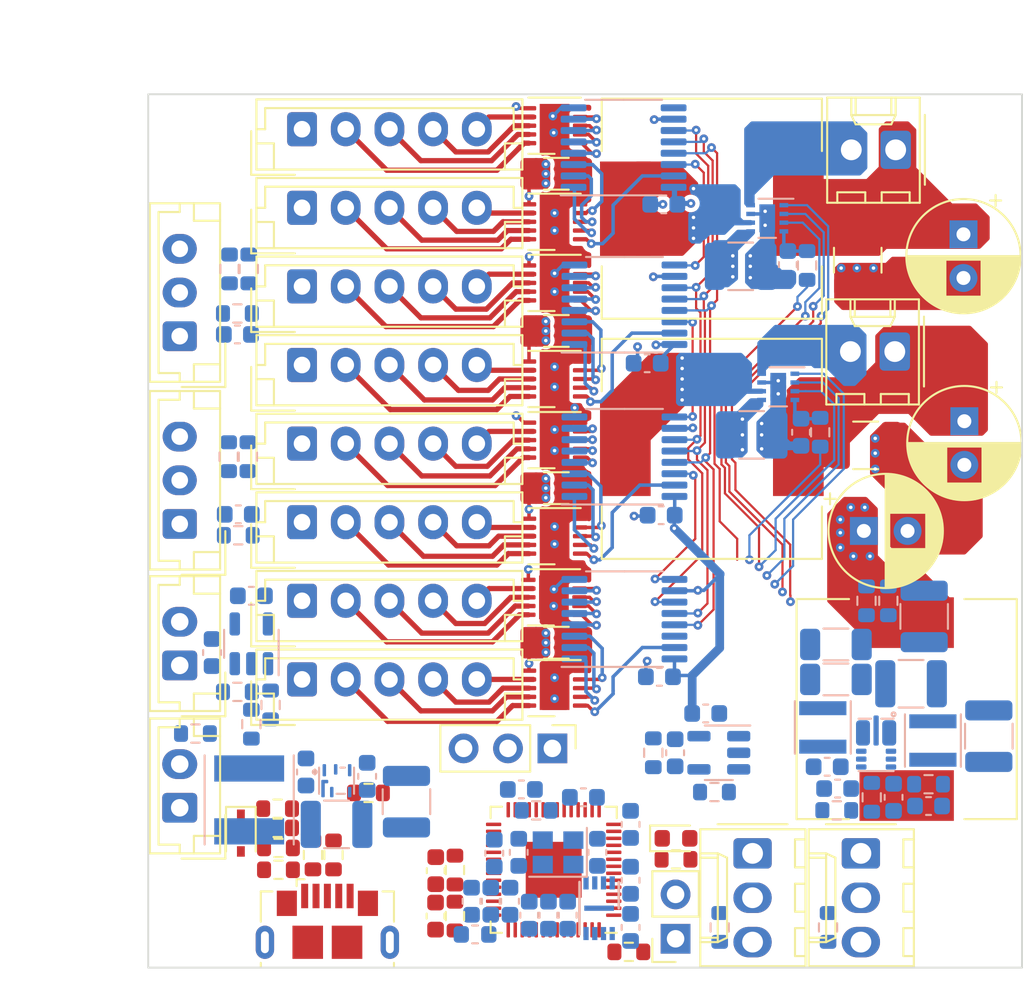
<source format=kicad_pcb>
(kicad_pcb (version 20211014) (generator pcbnew)
  (layers (0 "F.Cu" signal) (1 "In1.Cu" signal) (2 "In2.Cu" signal) (31 "B.Cu" signal) (34 "B.Paste" user) (35 "F.Paste" user) (36 "B.SilkS" user "B.Silkscreen") (37 "F.SilkS" user "F.Silkscreen") (38 "B.Mask" user) (39 "F.Mask" user) (44 "Edge.Cuts" user))
  (net 0 "")
  (net 1 "/XIN")
  (net 2 "GND")
  (net 3 "Net-(C2-Pad1)")
  (net 4 "+3V3")
  (net 5 "/flowPuls0")
  (net 6 "Net-(C5-Pad1)")
  (net 7 "/flowPuls1")
  (net 8 "Net-(C7-Pad2)")
  (net 9 "Net-(C8-Pad1)")
  (net 10 "Net-(C8-Pad2)")
  (net 11 "+24V")
  (net 12 "Net-(C10-Pad1)")
  (net 13 "Net-(C12-Pad2)")
  (net 14 "Net-(C13-Pad2)")
  (net 15 "+1V1")
  (net 16 "Net-(C20-Pad2)")
  (net 17 "Net-(C21-Pad1)")
  (net 18 "Net-(C21-Pad2)")
  (net 19 "Net-(C24-Pad2)")
  (net 20 "Net-(C26-Pad1)")
  (net 21 "+5V")
  (net 22 "Net-(C32-Pad1)")
  (net 23 "Net-(C33-Pad1)")
  (net 24 "/pumpDrivers/VM")
  (net 25 "/pumpDrivers/Isens0")
  (net 26 "/pumpDrivers/Isens1")
  (net 27 "Net-(C39-Pad2)")
  (net 28 "Net-(C40-Pad2)")
  (net 29 "Net-(D1-Pad2)")
  (net 30 "Net-(D2-Pad2)")
  (net 31 "VBUS")
  (net 32 "Net-(J1-Pad2)")
  (net 33 "Net-(J1-Pad3)")
  (net 35 "Net-(J2-Pad1)")
  (net 36 "Net-(J2-Pad3)")
  (net 37 "Net-(J3-Pad1)")
  (net 38 "Net-(J4-Pad3)")
  (net 39 "Net-(J5-Pad3)")
  (net 40 "Net-(J7-Pad2)")
  (net 41 "Net-(J8-Pad3)")
  (net 42 "Net-(J9-Pad3)")
  (net 43 "Net-(J10-Pad2)")
  (net 44 "Net-(J11-Pad2)")
  (net 45 "Net-(L6-Pad1)")
  (net 46 "Net-(L7-Pad1)")
  (net 47 "/XOUT")
  (net 48 "Net-(R4-Pad2)")
  (net 49 "Net-(R5-Pad2)")
  (net 50 "/QSPI_CS")
  (net 51 "Net-(R10-Pad1)")
  (net 52 "Net-(R11-Pad2)")
  (net 53 "/LED_DIM")
  (net 54 "Net-(R16-Pad2)")
  (net 55 "/LeakSens")
  (net 56 "Net-(R19-Pad2)")
  (net 57 "/UART1")
  (net 58 "/UART0")
  (net 59 "/pumpDrivers/PWM0_Iref")
  (net 60 "/pumpDrivers/PWM1_Iref")
  (net 61 "/QSPI_D1")
  (net 62 "/QSPI_D2")
  (net 63 "/QSPI_D0")
  (net 64 "/QSPI_CLK")
  (net 65 "/QSPI_D3")
  (net 74 "/pumpDrivers/S_CS")
  (net 75 "/pumpDrivers/S_CLK")
  (net 76 "/pumpDrivers/S_D")
  (net 77 "/pumpDrivers/S_EN")
  (net 79 "/pumpDrivers/P_EN")
  (net 80 "/pumpDrivers/PWM_P1")
  (net 81 "/pumpDrivers/PWM_P0")
  (net 84 "Net-(U12-Pad2)")
  (net 85 "Net-(U11-Pad2)")
  (net 86 "Net-(U11-Pad3)")
  (net 87 "Net-(U11-Pad4)")
  (net 88 "Net-(J12-Pad5)")
  (net 89 "Net-(J12-Pad4)")
  (net 90 "Net-(J12-Pad3)")
  (net 91 "Net-(J12-Pad2)")
  (net 92 "Net-(U12-Pad3)")
  (net 93 "Net-(U12-Pad4)")
  (net 94 "Net-(U11-Pad1)")
  (net 95 "Net-(U12-Pad1)")
  (net 96 "Net-(J13-Pad5)")
  (net 97 "Net-(J13-Pad4)")
  (net 98 "Net-(J13-Pad3)")
  (net 99 "Net-(J13-Pad2)")
  (net 100 "Net-(U10-Pad15)")
  (net 101 "Net-(J14-Pad5)")
  (net 102 "Net-(J14-Pad4)")
  (net 103 "Net-(J14-Pad3)")
  (net 104 "Net-(J14-Pad2)")
  (net 105 "Net-(J15-Pad5)")
  (net 106 "Net-(J15-Pad4)")
  (net 107 "Net-(J15-Pad3)")
  (net 108 "Net-(J15-Pad2)")
  (net 109 "Net-(J16-Pad5)")
  (net 110 "Net-(J16-Pad4)")
  (net 111 "Net-(J16-Pad3)")
  (net 112 "Net-(J16-Pad2)")
  (net 113 "Net-(U10-Pad1)")
  (net 114 "Net-(U10-Pad2)")
  (net 115 "Net-(U10-Pad3)")
  (net 116 "Net-(U10-Pad4)")
  (net 117 "Net-(J17-Pad5)")
  (net 118 "Net-(J17-Pad4)")
  (net 119 "Net-(J17-Pad3)")
  (net 120 "Net-(J17-Pad2)")
  (net 121 "Net-(U10-Pad5)")
  (net 122 "Net-(U10-Pad7)")
  (net 123 "Net-(U15-Pad1)")
  (net 124 "Net-(U15-Pad2)")
  (net 125 "Net-(J18-Pad5)")
  (net 126 "Net-(J18-Pad4)")
  (net 127 "Net-(J18-Pad3)")
  (net 128 "Net-(J18-Pad2)")
  (net 129 "Net-(U16-Pad4)")
  (net 130 "Net-(U16-Pad5)")
  (net 131 "Net-(U16-Pad6)")
  (net 132 "Net-(U16-Pad7)")
  (net 133 "Net-(J19-Pad5)")
  (net 134 "Net-(J19-Pad4)")
  (net 135 "Net-(J19-Pad3)")
  (net 136 "Net-(J19-Pad2)")
  (net 137 "/pumpDrivers/S_D3")
  (net 138 "/pumpDrivers/S_D2")
  (net 139 "/pumpDrivers/S_D1")
  (net 140 "Net-(U15-Pad3)")
  (net 141 "Net-(U15-Pad4)")
  (net 142 "Net-(U15-Pad5)")
  (net 143 "Net-(U15-Pad6)")
  (net 144 "Net-(U15-Pad7)")
  (net 145 "Net-(U10-Pad6)")
  (net 146 "Net-(U15-Pad15)")
  (net 147 "Net-(U16-Pad1)")
  (net 148 "Net-(U16-Pad2)")
  (net 149 "Net-(U16-Pad3)")
  (net 150 "Net-(U16-Pad15)")
  (net 151 "Net-(C13-Pad1)")
  (footprint "Connector_USB:USB_Micro-B_GCT_USB3076-30-A" (layer "F.Cu") (at 69.25 108.85)
    (fp_text reference "J1" hide)
    (fp_text value "USB_B_Micro" hide)
  )
  (footprint "Connector_Molex:Molex_KK-254_AE-6410-02A_1x02_P2.54mm_Vertical" (layer "F.Cu") (at 101.77 64.68 180)
    (fp_text reference "J11" hide)
    (fp_text value "Conn_01x02" hide)
  )
  (footprint "Capacitor_SMD:C_0603_1608Metric" (layer "F.Cu") (at 75.44 108.55 -90)
    (fp_text reference "C36" hide)
    (fp_text value "DNP" hide)
  )
  (footprint "Connector_JST:JST_EH_B5B-EH-A_1x05_P2.50mm_Vertical" (layer "F.Cu") (at 67.8 77)
    (fp_text reference "J15" hide)
    (fp_text value "Conn_01x05" hide)
  )
  (footprint "Resistor_SMD:R_0603_1608Metric" (layer "F.Cu") (at 68.425 105.05 90)
    (fp_text reference "R5" hide)
    (fp_text value "27" hide)
  )
  (footprint "Connector_JST:JST_EH_B5B-EH-A_1x05_P2.50mm_Vertical" (layer "F.Cu") (at 67.8 81.5)
    (fp_text reference "J16" hide)
    (fp_text value "Conn_01x05" hide)
  )
  (footprint "Package_DFN_QFN:DFN-10-1EP_3x3mm_P0.5mm_EP1.7x2.5mm" (layer "F.Cu") (at 82.2125 90.3 180)
    (fp_text reference "U19" hide)
    (fp_text value "ULN2003F12" hide)
  )
  (footprint "Connector_PinHeader_2.54mm:PinHeader_1x03_P2.54mm_Vertical" (layer "F.Cu") (at 82.125 98.95 -90)
    (fp_text reference "J2" hide)
    (fp_text value "Conn_01x03" hide)
  )
  (footprint "Package_DFN_QFN:DFN-10-1EP_3x3mm_P0.5mm_EP1.7x2.5mm" (layer "F.Cu") (at 82.25 81.3 180)
    (fp_text reference "U17" hide)
    (fp_text value "ULN2003F12" hide)
  )
  (footprint "Resistor_SMD:R_0603_1608Metric" (layer "F.Cu") (at 89.2 105.3)
    (fp_text reference "R10" hide)
    (fp_text value "470R" hide)
  )
  (footprint "Connector_JST:JST_EH_B3B-EH-A_1x03_P2.50mm_Vertical" (layer "F.Cu") (at 60.8 86.1 90)
    (fp_text reference "J4" hide)
    (fp_text value "Conn_01x03" hide)
  )
  (footprint "Package_DFN_QFN:DFN-10-1EP_3x3mm_P0.5mm_EP1.7x2.5mm" (layer "F.Cu") (at 82.25 72.3 180)
    (fp_text reference "U13" hide)
    (fp_text value "ULN2003F12" hide)
  )
  (footprint "Package_DFN_QFN:DFN-10-1EP_3x3mm_P0.5mm_EP1.7x2.5mm" (layer "F.Cu") (at 82.25 95.5 180)
    (fp_text reference "U20" hide)
    (fp_text value "ULN2003F12" hide)
  )
  (footprint "Package_DFN_QFN:DFN-10-1EP_3x3mm_P0.5mm_EP1.7x2.5mm" (layer "F.Cu") (at 82.25 86.8 180)
    (fp_text reference "U18" hide)
    (fp_text value "ULN2003F12" hide)
  )
  (footprint "Connector_PinSocket_2.54mm:PinSocket_1x02_P2.54mm_Vertical" (layer "F.Cu") (at 89.175 109.85 180)
    (fp_text reference "J3" hide)
    (fp_text value "Conn_01x02" hide)
  )
  (footprint "Connector_JST:JST_EH_B5B-EH-A_1x05_P2.50mm_Vertical" (layer "F.Cu") (at 67.8 90.5)
    (fp_text reference "J18" hide)
    (fp_text value "Conn_01x05" hide)
  )
  (footprint "Connector_JST:JST_EH_B2B-EH-A_1x02_P2.50mm_Vertical" (layer "F.Cu") (at 60.8 94.2 90)
    (fp_text reference "J6" hide)
    (fp_text value "Conn_01x02" hide)
  )
  (footprint "Connector_Molex:Molex_KK-254_AE-6410-02A_1x02_P2.54mm_Vertical" (layer "F.Cu") (at 101.72 76.23 180)
    (fp_text reference "J10" hide)
    (fp_text value "Conn_01x02" hide)
  )
  (footprint "Connector_JST:JST_EH_B5B-EH-A_1x05_P2.50mm_Vertical" (layer "F.Cu") (at 67.8 86)
    (fp_text reference "J17" hide)
    (fp_text value "Conn_01x05" hide)
  )
  (footprint "Resistor_SMD:R_0603_1608Metric" (layer "F.Cu") (at 76.55 105.915 90)
    (fp_text reference "R30" hide)
    (fp_text value "1.1k" hide)
  )
  (footprint "Connector_Molex:Molex_KK-254_AE-6410-03A_1x03_P2.54mm_Vertical" (layer "F.Cu") (at 93.58 104.96 -90)
    (fp_text reference "J8" hide)
    (fp_text value "Conn_01x03" hide)
  )
  (footprint "MountingHole:MountingHole_3.2mm_M3_DIN965" (layer "F.Cu") (at 106 64.5)
    (fp_text reference "H1" hide)
    (fp_text value "MountingHole" hide)
  )
  (footprint "Capacitor_SMD:C_1206_3216Metric" (layer "F.Cu") (at 82.35 66.05 180)
    (fp_text reference "C45" hide)
    (fp_text value "22µ" hide)
  )
  (footprint "Connector_JST:JST_EH_B5B-EH-A_1x05_P2.50mm_Vertical" (layer "F.Cu") (at 67.8 63.5)
    (fp_text reference "J12" hide)
    (fp_text value "Conn_01x05" hide)
  )
  (footprint "LED_SMD:LED_0603_1608Metric" (layer "F.Cu") (at 89.2 104.1)
    (fp_text reference "D2" hide)
    (fp_text value "Green" hide)
  )
  (footprint "Diode_SMD:D_SOD-323" (layer "F.Cu") (at 64.3 103.8 -90)
    (fp_text reference "D1" hide)
    (fp_text value "BAT54W" hide)
  )
  (footprint "Capacitor_SMD:C_1206_3216Metric" (layer "F.Cu") (at 82.35 92.9 180)
    (fp_text reference "C46" hide)
    (fp_text value "22µ" hide)
  )
  (footprint "Connector_JST:JST_EH_B5B-EH-A_1x05_P2.50mm_Vertical" (layer "F.Cu") (at 67.8 68)
    (fp_text reference "J13" hide)
    (fp_text value "Conn_01x05" hide)
  )
  (footprint "Resistor_SMD:R_0603_1608Metric" (layer "F.Cu") (at 69.6 105.05 90)
    (fp_text reference "R4" hide)
    (fp_text value "27" hide)
  )
  (footprint "Resistor_SMD:R_0603_1608Metric" (layer "F.Cu") (at 66.4 103.5 180)
    (fp_text reference "R11" hide)
    (fp_text value "5.6k" hide)
  )
  (footprint "Capacitor_THT:CP_Radial_D6.3mm_P2.50mm" (layer "F.Cu") (at 99.95 86.5)
    (fp_text reference "C38" hide)
    (fp_text value "100µ" hide)
  )
  (footprint "Capacitor_SMD:C_1210_3225Metric" (layer "F.Cu") (at 99.6 71 90)
    (fp_text reference "C40" hide)
    (fp_text value "10µ" hide)
  )
  (footprint "Capacitor_SMD:C_1206_3216Metric" (layer "F.Cu") (at 82.35 75.05 180)
    (fp_text reference "C49" hide)
    (fp_text value "22µ" hide)
  )
  (footprint "MountingHole:MountingHole_3.2mm_M3_DIN965" (layer "F.Cu") (at 62 108.5)
    (fp_text reference "H3" hide)
    (fp_text value "MountingHole" hide)
  )
  (footprint "Capacitor_THT:CP_Radial_D6.3mm_P2.50mm" (layer "F.Cu") (at 105.7 80.217621 -90)
    (fp_text reference "C41" hide)
    (fp_text value "100µ" hide)
  )
  (footprint "Connector_JST:JST_EH_B2B-EH-A_1x02_P2.50mm_Vertical" (layer "F.Cu") (at 60.8 102.35 90)
    (fp_text reference "J7" hide)
    (fp_text value "Conn_01x02" hide)
  )
  (footprint "Inductor_SMD:L_12x12mm_H8mm" (layer "F.Cu") (at 91.25 68.05)
    (fp_text reference "L7" hide)
    (fp_text value "33µ" hide)
  )
  (footprint "Package_DFN_QFN:DFN-10-1EP_3x3mm_P0.5mm_EP1.7x2.5mm" (layer "F.Cu") (at 82.25 63.3 180)
    (fp_text reference "U11" hide)
    (fp_text value "ULN2003F12" hide)
  )
  (footprint "Resistor_SMD:R_0603_1608Metric" (layer "F.Cu") (at 76.55 108.55 -90)
    (fp_text reference "R31" hide)
    (fp_text value "1.1k" hide)
  )
  (footprint "Connector_JST:JST_EH_B5B-EH-A_1x05_P2.50mm_Vertical" (layer "F.Cu") (at 67.8 95)
    (fp_text reference "J19" hide)
    (fp_text value "Conn_01x05" hide)
  )
  (footprint "Resistor_SMD:R_0603_1608Metric" (layer "F.Cu") (at 71.6 101.5 180)
    (fp_text reference "R16" hide)
    (fp_text value "1k" hide)
  )
  (footprint "Package_DFN_QFN:QFN-56-1EP_7x7mm_P0.4mm_EP3.2x3.2mm" (layer "F.Cu") (at 82.2 105.9 180)
    (fp_text reference "U2" hide)
    (fp_text value "RP2040" hide)
  )
  (footprint "Resistor_SMD:R_0603_1608Metric" (layer "F.Cu") (at 66.4 102.4)
    (fp_text reference "R12" hide)
    (fp_text value "10k" hide)
  )
  (footprint "Capacitor_THT:CP_Radial_D6.3mm_P2.50mm" (layer "F.Cu") (at 105.65 69.517621 -90)
    (fp_text reference "C42" hide)
    (fp_text value "100µ" hide)
  )
  (footprint "Capacitor_SMD:C_1206_3216Metric" (layer "F.Cu") (at 82.35 84.05 180)
    (fp_text reference "C50" hide)
    (fp_text value "22µ" hide)
  )
  (footprint "Connector_JST:JST_EH_B3B-EH-A_1x03_P2.50mm_Vertical" (layer "F.Cu") (at 60.8 75.35 90)
    (fp_text reference "J5" hide)
    (fp_text value "Conn_01x03" hide)
  )
  (footprint "Inductor_SMD:L_12x12mm_H8mm" (layer "F.Cu") (at 102.4 96.7 -90)
    (fp_text reference "L5" hide)
    (fp_text value "33µ" hide)
  )
  (footprint "Package_DFN_QFN:DFN-10-1EP_3x3mm_P0.5mm_EP1.7x2.5mm" (layer "F.Cu") (at 82.25 77.8 180)
    (fp_text reference "U14" hide)
    (fp_text value "ULN2003F12" hide)
  )
  (footprint "Capacitor_SMD:C_1210_3225Metric" (layer "F.Cu") (at 100.05 81.6 180)
    (fp_text reference "C39" hide)
    (fp_text value "10µ" hide)
  )
  (footprint "Package_DFN_QFN:DFN-10-1EP_3x3mm_P0.5mm_EP1.7x2.5mm" (layer "F.Cu") (at 82.25 68.8 180)
    (fp_text reference "U12" hide)
    (fp_text value "ULN2003F12" hide)
  )
  (footprint "Resistor_SMD:R_0603_1608Metric" (layer "F.Cu") (at 86.5 110.6)
    (fp_text reference "R7" hide)
    (fp_text value "1k" hide)
  )
  (footprint "Connector_JST:JST_EH_B5B-EH-A_1x05_P2.50mm_Vertical" (layer "F.Cu") (at 67.8 72.5)
    (fp_text reference "J14" hide)
    (fp_text value "Conn_01x05" hide)
  )
  (footprint "Capacitor_SMD:C_0603_1608Metric" (layer "F.Cu") (at 75.45 105.95 90)
    (fp_text reference "C35" hide)
    (fp_text value "DNP" hide)
  )
  (footprint "Resistor_SMD:R_0603_1608Metric" (layer "F.Cu") (at 66.45 104.65)
    (fp_text reference "R2" hide)
    (fp_text value "20R" hide)
  )
  (footprint "Inductor_SMD:L_12x12mm_H8mm" (layer "F.Cu") (at 91.25 81.8)
    (fp_text reference "L6" hide)
    (fp_text value "33µ" hide)
  )
  (footprint "MountingHole:MountingHole_3.2mm_M3_DIN965" (layer "F.Cu") (at 106 108.5)
    (fp_text reference "H4" hide)
    (fp_text value "MountingHole" hide)
  )
  (footprint "Resistor_SMD:R_0603_1608Metric" (layer "F.Cu") (at 66.45 105.9)
    (fp_text reference "R1" hide)
    (fp_text value "20R" hide)
  )
  (footprint "MountingHole:MountingHole_3.2mm_M3_DIN965" (layer "F.Cu") (at 62 64.5)
    (fp_text reference "H2" hide)
    (fp_text value "MountingHole" hide)
  )
  (footprint "Connector_Molex:Molex_KK-254_AE-6410-03A_1x03_P2.54mm_Vertical" (layer "F.Cu") (at 99.78 104.96 -90)
    (fp_text reference "J9" hide)
    (fp_text value "Conn_01x03" hide)
  )
  (footprint "Capacitor_SMD:C_0603_1608Metric" (layer "B.Cu") (at 80.2 104.9 -90)
    (fp_text reference "C2" hide)
    (fp_text value "12p" hide)
  )
  (footprint "Resistor_SMD:R_0603_1608Metric" (layer "B.Cu") (at 98.4 102.5)
    (fp_text reference "R26" hide)
    (fp_text value "91k" hide)
  )
  (footprint "Package_TO_SOT_SMD:SOT-23-5" (layer "B.Cu") (at 91.65 99.2 180)
    (fp_text reference "U3" hide)
    (fp_text value "AP2127K-ADJ" hide)
  )
  (footprint "Resistor_SMD:R_0603_1608Metric" (layer "B.Cu") (at 61.7 98.1)
    (fp_text reference "R22" hide)
    (fp_text value "1R" hide)
  )
  (footprint "Capacitor_SMD:C_1206_3216Metric" (layer "B.Cu") (at 98.35 95 180)
    (fp_text reference "C29" hide)
    (fp_text value "22µ" hide)
  )
  (footprint "Capacitor_SMD:C_0603_1608Metric" (layer "B.Cu") (at 95.6 71.25 -90)
    (fp_text reference "C33" hide)
    (fp_text value "100nF" hide)
  )
  (footprint "Capacitor_SMD:C_0603_1608Metric" (layer "B.Cu") (at 64.15 85.55 180)
    (fp_text reference "C4" hide)
    (fp_text value "DNP" hide)
  )
  (footprint "Resistor_SMD:R_0603_1608Metric" (layer "B.Cu") (at 103.65 101)
    (fp_text reference "R23" hide)
    (fp_text value "27k" hide)
  )
  (footprint "Resistor_SMD:R_0603_1608Metric" (layer "B.Cu") (at 97.9 109.2 90)
    (fp_text reference "R25" hide)
    (fp_text value "1k" hide)
  )
  (footprint "Capacitor_SMD:C_0603_1608Metric" (layer "B.Cu") (at 86.6 109.2 90)
    (fp_text reference "C18" hide)
    (fp_text value "100nF" hide)
  )
  (footprint "Capacitor_SMD:C_0603_1608Metric" (layer "B.Cu") (at 97.85 100)
    (fp_text reference "C21" hide)
    (fp_text value "100n" hide)
  )
  (footprint "Inductor_SMD:L_Taiyo-Yuden_NR-30xx" (layer "B.Cu") (at 97.6 97.75 90)
    (fp_text reference "L4" hide)
    (fp_text value "6.8u" hide)
  )
  (footprint "Capacitor_SMD:C_0603_1608Metric" (layer "B.Cu") (at 96.355 80.85 -90)
    (fp_text reference "C32" hide)
    (fp_text value "100nF" hide)
  )
  (footprint "Resistor_SMD:R_0603_1608Metric" (layer "B.Cu") (at 64.1 74.05 180)
    (fp_text reference "R15" hide)
    (fp_text value "62k" hide)
  )
  (footprint "Capacitor_SMD:C_0603_1608Metric" (layer "B.Cu") (at 83.9 101.75)
    (fp_text reference "C28" hide)
    (fp_text value "100nF" hide)
  )
  (footprint "Capacitor_SMD:C_0603_1608Metric" (layer "B.Cu") (at 78.6 107.7 90)
    (fp_text reference "C5" hide)
    (fp_text value "1µF" hide)
  )
  (footprint "Inductor_SMD:L_Taiyo-Yuden_NR-30xx" (layer "B.Cu") (at 103.9 98.5 90)
    (fp_text reference "L2" hide)
    (fp_text value "6.8u" hide)
  )
  (footprint "Capacitor_SMD:C_0603_1608Metric" (layer "B.Cu") (at 101.65 101.75 90)
    (fp_text reference "C24" hide)
    (fp_text value "DNP" hide)
  )
  (footprint "Resistor_SMD:R_0603_1608Metric" (layer "B.Cu") (at 64.7 82.25 -90)
    (fp_text reference "R8" hide)
    (fp_text value "100k" hide)
  )
  (footprint "Resistor_SMD:R_0603_1608Metric" (layer "B.Cu") (at 96.7 71.3 -90)
    (fp_text reference "R29" hide)
    (fp_text value "10k" hide)
  )
  (footprint "Resistor_SMD:R_0603_1608Metric" (layer "B.Cu") (at 87.9 99.2 90)
    (fp_text reference "R17" hide)
    (fp_text value "56k" hide)
  )
  (footprint "Capacitor_SMD:C_0603_1608Metric" (layer "B.Cu") (at 78.8 104.95 -90)
    (fp_text reference "C25" hide)
    (fp_text value "100nF" hide)
  )
  (footprint "Resistor_SMD:R_0603_1608Metric" (layer "B.Cu") (at 64.9 97.5625 -90)
    (fp_text reference "R20" hide)
    (fp_text value "1k" hide)
  )
  (footprint "Bergi:V-DFN3020-13" (layer "B.Cu") (at 100.65 98.75 180)
    (fp_text reference "U6" hide)
    (fp_text value "AP63357Q" hide)
  )
  (footprint "Capacitor_SMD:C_0603_1608Metric" (layer "B.Cu") (at 80.35 101.3 180)
    (fp_text reference "C17" hide)
    (fp_text value "100nF" hide)
  )
  (footprint "Capacitor_SMD:C_1210_3225Metric" (layer "B.Cu") (at 107.1 98.25 -90)
    (fp_text reference "C9" hide)
    (fp_text value "10µ" hide)
  )
  (footprint "Capacitor_SMD:C_0603_1608Metric" (layer "B.Cu") (at 80.8 108.5 90)
    (fp_text reference "C23" hide)
    (fp_text value "1µF" hide)
  )
  (footprint "Bergi:VQFN-HR" (layer "B.Cu") (at 69.775 100.8 -90)
    (fp_text reference "U4" hide)
    (fp_text value "TPS92200DxRXL" hide)
  )
  (footprint "Resistor_SMD:R_0603_1608Metric" (layer "B.Cu") (at 66 96.4625 -90)
    (fp_text reference "R19" hide)
    (fp_text value "10k" hide)
  )
  (footprint "Package_SO:TSSOP-16_4.4x5mm_P0.65mm" (layer "B.Cu") (at 86.2 64.55)
    (fp_text reference "U9" hide)
    (fp_text value "74HC595" hide)
  )
  (footprint "Package_SO:TSSOP-16_4.4x5mm_P0.65mm" (layer "B.Cu") (at 86.25 91.55)
    (fp_text reference "U16" hide)
    (fp_text value "74HC595" hide)
  )
  (footprint "Capacitor_SMD:C_0603_1608Metric" (layer "B.Cu") (at 98.45 101.25 180)
    (fp_text reference "C26" hide)
    (fp_text value "DNP" hide)
  )
  (footprint "Capacitor_SMD:C_0603_1608Metric" (layer "B.Cu") (at 88.35 85.6 180)
    (fp_text reference "C44" hide)
    (fp_text value "100nF" hide)
  )
  (footprint "Capacitor_SMD:C_0603_1608Metric" (layer "B.Cu") (at 62.65 93.4625 90)
    (fp_text reference "C10" hide)
    (fp_text value "100nF" hide)
  )
  (footprint "Resistor_SMD:R_0603_1608Metric" (layer "B.Cu") (at 64.15 86.75 180)
    (fp_text reference "R9" hide)
    (fp_text value "62k" hide)
  )
  (footprint "Resistor_SMD:R_0603_1608Metric" (layer "B.Cu") (at 81.2 102.5 180)
    (fp_text reference "R3" hide)
    (fp_text value "1k" hide)
  )
  (footprint "Capacitor_SMD:C_1206_3216Metric" (layer "B.Cu") (at 98.35 93 180)
    (fp_text reference "C31" hide)
    (fp_text value "22µ" hide)
  )
  (footprint "Capacitor_SMD:C_0603_1608Metric" (layer "B.Cu") (at 68.025 100.3 90)
    (fp_text reference "C8" hide)
    (fp_text value "100n" hide)
  )
  (footprint "Package_SON:WSON-8-1EP_2x2mm_P0.5mm_EP0.9x1.6mm" (layer "B.Cu") (at 95.05 78.25 180)
    (fp_text reference "U7" hide)
    (fp_text value "DRV8231ADSGR" hide)
  )
  (footprint "Capacitor_SMD:C_0603_1608Metric" (layer "B.Cu") (at 103.65 102.25)
    (fp_text reference "C20" hide)
    (fp_text value "3.3n" hide)
  )
  (footprint "Capacitor_SMD:C_0603_1608Metric" (layer "B.Cu") (at 64.9 90.2125)
    (fp_text reference "C51" hide)
    (fp_text value "100nF" hide)
  )
  (footprint "Capacitor_SMD:C_0603_1608Metric" (layer "B.Cu") (at 77.5 107.7 90)
    (fp_text reference "C22" hide)
    (fp_text value "100nF" hide)
  )
  (footprint "Capacitor_SMD:C_0603_1608Metric" (layer "B.Cu") (at 84.7 104.9 -90)
    (fp_text reference "C1" hide)
    (fp_text value "12p" hide)
  )
  (footprint "Resistor_SMD:R_0603_1608Metric" (layer "B.Cu") (at 100.4 101.75 -90)
    (fp_text reference "R27" hide)
    (fp_text value "30k" hide)
  )
  (footprint "Capacitor_SMD:C_0603_1608Metric" (layer "B.Cu") (at 89.15 99.2 -90)
    (fp_text reference "C7" hide)
    (fp_text value "390p" hide)
  )
  (footprint "Capacitor_SMD:C_0603_1608Metric" (layer "B.Cu") (at 81.9 108.5 90)
    (fp_text reference "C16" hide)
    (fp_text value "100nF" hide)
  )
  (footprint "Resistor_SMD:R_0603_1608Metric" (layer "B.Cu") (at 101.35 90.5 -90)
    (fp_text reference "R32" hide)
    (fp_text value "1R" hide)
  )
  (footprint "Resistor_SMD:R_0603_1608Metric" (layer "B.Cu") (at 64.1 95.7125)
    (fp_text reference "R21" hide)
    (fp_text value "1M" hide)
  )
  (footprint "Capacitor_SMD:C_0603_1608Metric" (layer "B.Cu") (at 86.6 106.5 -90)
    (fp_text reference "C3" hide)
    (fp_text value "100nF" hide)
  )
  (footprint "Capacitor_SMD:C_1210_3225Metric" (layer "B.Cu") (at 102.65 95.25)
    (fp_text reference "C14" hide)
    (fp_text value "10µ" hide)
  )
  (footprint "Capacitor_SMD:C_1210_3225Metric" (layer "B.Cu") (at 92.9 71.35 180)
    (fp_text reference "C34" hide)
    (fp_text value "10µ" hide)
  )
  (footprint "Resistor_SMD:R_0603_1608Metric" (layer "B.Cu") (at 91.4 101.45 180)
    (fp_text reference "R18" hide)
    (fp_text value "18k" hide)
  )
  (footprint "Capacitor_SMD:C_0603_1608Metric" (layer "B.Cu") (at 88.25 94.85 180)
    (fp_text reference "C43" hide)
    (fp_text value "100nF" hide)
  )
  (footprint "Capacitor_SMD:C_1210_3225Metric" (layer "B.Cu") (at 69.775 103.3 180)
    (fp_text reference "C12" hide)
    (fp_text value "10µ" hide)
  )
  (footprint "Resistor_SMD:R_0603_1608Metric" (layer "B.Cu") (at 63.65 71.5 90)
    (fp_text reference "R13" hide)
    (fp_text value "10k" hide)
  )
  (footprint "Capacitor_SMD:C_1210_3225Metric" (layer "B.Cu") (at 103.4 91.395 -90)
    (fp_text reference "C13" hide)
    (fp_text value "10µ" hide)
  )
  (footprint "Inductor_SMD:L_0603_1608Metric" (layer "B.Cu") (at 77.7 109.6 180)
    (fp_text reference "L1" hide)
    (fp_text value "600R" hide)
  )
  (footprint "Package_TO_SOT_SMD:SOT-23-5" (layer "B.Cu") (at 64.9 92.9625 90)
    (fp_text reference "U5" hide)
    (fp_text value "MCP6001R" hide)
  )
  (footprint "Capacitor_SMD:C_1210_3225Metric" (layer "B.Cu") (at 73.775 102 90)
    (fp_text reference "C11" hide)
    (fp_text value "10µ" hide)
  )
  (footprint "Capacitor_SMD:C_0603_1608Metric" (layer "B.Cu") (at 90.9 96.95)
    (fp_text reference "C52" hide)
    (fp_text value "1µF" hide)
  )
  (footprint "Capacitor_SMD:C_0603_1608Metric" (layer "B.Cu") (at 64.1 75.25 180)
    (fp_text reference "C6" hide)
    (fp_text value "DNP" hide)
  )
  (footprint "Capacitor_SMD:C_0603_1608Metric" (layer "B.Cu") (at 71.525 100.55 90)
    (fp_text reference "C15" hide)
    (fp_text value "100n" hide)
  )
  (footprint "Crystal:Crystal_SMD_2520-4Pin_2.5x2.0mm" (layer "B.Cu") (at 82.45 104.9 180)
    (fp_text reference "Y1" hide)
    (fp_text value "12Mhz" hide)
  )
  (footprint "Package_SO:TSSOP-16_4.4x5mm_P0.65mm" (layer "B.Cu") (at 86.25 73.55)
    (fp_text reference "U10" hide)
    (fp_text value "74HC595" hide)
  )
  (footprint "Capacitor_SMD:C_0603_1608Metric" (layer "B.Cu") (at 86.6 103.3 90)
    (fp_text reference "C27" hide)
    (fp_text value "100nF" hide)
  )
  (footprint "Capacitor_SMD:C_0603_1608Metric" (layer "B.Cu") (at 79.7 107.7 90)
    (fp_text reference "C30" hide)
    (fp_text value "1µF" hide)
  )
  (footprint "Package_SON:WSON-8-1EP_2x2mm_P0.5mm_EP0.9x1.6mm" (layer "B.Cu") (at 94.42 68.6 180)
    (fp_text reference "U8" hide)
    (fp_text value "DRV8231ADSGR" hide)
  )
  (footprint "Package_SO:TSSOP-16_4.4x5mm_P0.65mm" (layer "B.Cu") (at 86.25 82.25)
    (fp_text reference "U15" hide)
    (fp_text value "74HC595" hide)
  )
  (footprint "Resistor_SMD:R_0603_1608Metric" (layer "B.Cu") (at 97.45 80.85 -90)
    (fp_text reference "R28" hide)
    (fp_text value "10k" hide)
  )
  (footprint "Capacitor_SMD:C_1210_3225Metric" (layer "B.Cu") (at 93.53 81 180)
    (fp_text reference "C37" hide)
    (fp_text value "10µ" hide)
  )
  (footprint "Resistor_SMD:R_0603_1608Metric" (layer "B.Cu") (at 91.7 109.2 90)
    (fp_text reference "R24" hide)
    (fp_text value "1k" hide)
  )
  (footprint "Capacitor_SMD:C_0603_1608Metric" (layer "B.Cu") (at 83 108.5 90)
    (fp_text reference "C19" hide)
    (fp_text value "100nF" hide)
  )
  (footprint "Resistor_SMD:R_0603_1608Metric" (layer "B.Cu") (at 100.1 90.5 -90)
    (fp_text reference "R33" hide)
    (fp_text value "1R" hide)
  )
  (footprint "Bergi:DFN-8-1EP_3x2mm_P0.5mm_EP0.3x1.6mm" (layer "B.Cu") (at 84.8 108.1 90)
    (fp_text reference "U1" hide)
    (fp_text value "W25Q16JVUXIQ" hide)
  )
  (footprint "Resistor_SMD:R_0603_1608Metric" (layer "B.Cu") (at 64.75 71.5 -90)
    (fp_text reference "R14" hide)
    (fp_text value "100k" hide)
  )
  (footprint "Resistor_SMD:R_0603_1608Metric" (layer "B.Cu") (at 63.6 82.25 90)
    (fp_text reference "R6" hide)
    (fp_text value "10k" hide)
  )
  (footprint "Inductor_SMD:L_Taiyo-Yuden_NR-50xx" (layer "B.Cu") (at 64.775 101.9 -90)
    (fp_text reference "L3" hide)
    (fp_text value "15µ" hide)
  )
  (footprint "Capacitor_SMD:C_0603_1608Metric" (layer "B.Cu") (at 88.5 67.8 180)
    (fp_text reference "C48" hide)
    (fp_text value "100nF" hide)
  )
  (footprint "Capacitor_SMD:C_0603_1608Metric" (layer "B.Cu") (at 87.55 76.9 180)
    (fp_text reference "C47" hide)
    (fp_text value "100nF" hide)
  )
  (gr_line (start 109 111.5) (end 59 111.5) (layer "Edge.Cuts") (width 0.1))
  (gr_line (start 59 61.5) (end 109 61.5) (layer "Edge.Cuts") (width 0.1))
  (gr_line (start 59 111.5) (end 59 61.5) (layer "Edge.Cuts") (width 0.1))
  (gr_line (start 109 111.5) (end 109 61.5) (layer "Edge.Cuts") (width 0.1))
  (segment (start 82.25 62.85) (end 82.25 63.3) (width 0.2) (layer "F.Cu") (net 2))
  (segment (start 83.7125 80.3) (end 82.25 80.3) (width 0.2) (layer "F.Cu") (net 2))
  (segment (start 82.25 80.3) (end 82.25 80.7) (width 0.2) (layer "F.Cu") (net 2))
  (segment (start 82.2125 89.8375) (end 82.2125 90.3) (width 0.2) (layer "F.Cu") (net 2))
  (segment (start 83.7125 76.8) (end 82.25 76.8) (width 0.2) (layer "F.Cu") (net 2))
  (segment (start 82.25 71.75) (end 82.25 72.3) (width 0.2) (layer "F.Cu") (net 2))
  (segment (start 82.25 68.3) (end 82.25 68.8) (width 0.2) (layer "F.Cu") (net 2))
  (segment (start 83.7125 71.3) (end 82.25 71.3) (width 0.2) (layer "F.Cu") (net 2))
  (segment (start 82.2125 89.3) (end 82.2125 89.8375) (width 0.2) (layer "F.Cu") (net 2))
  (segment (start 82.6 62.3) (end 83.7125 62.3) (width 0.2) (layer "F.Cu") (net 2))
  (segment (start 82.25 86.25) (end 82.25 86.8) (width 0.2) (layer "F.Cu") (net 2))
  (segment (start 82.25 76.8) (end 82.25 77.8) (width 0.2) (layer "F.Cu") (net 2))
  (segment (start 82.15 62.75) (end 82.6 62.3) (width 0.2) (layer "F.Cu") (net 2))
  (segment (start 83.7125 67.8) (end 82.25 67.8) (width 0.2) (layer "F.Cu") (net 2))
  (segment (start 82.25 71.3) (end 82.25 71.75) (width 0.2) (layer "F.Cu") (net 2))
  (segment (start 83.7125 94.5) (end 82.25 94.5) (width 0.2) (layer "F.Cu") (net 2))
  (segment (start 82.25 85.8) (end 82.25 86.25) (width 0.2) (layer "F.Cu") (net 2))
  (segment (start 83.7125 85.8) (end 82.25 85.8) (width 0.2) (layer "F.Cu") (net 2))
  (segment (start 82.25 80.7) (end 82.25 81.3) (width 0.2) (layer "F.Cu") (net 2))
  (segment (start 82.25 94.5) (end 82.25 94.9) (width 0.2) (layer "F.Cu") (net 2))
  (segment (start 82.25 94.9) (end 82.25 95.5) (width 0.2) (layer "F.Cu") (net 2))
  (segment (start 83.675 89.3) (end 82.2125 89.3) (width 0.2) (layer "F.Cu") (net 2))
  (segment (start 82.15 62.75) (end 82.25 62.85) (width 0.2) (layer "F.Cu") (net 2))
  (segment (start 82.25 67.8) (end 82.25 68.3) (width 0.2) (layer "F.Cu") (net 2))
  (via (at 82.25 87.25) (size 0.5) (drill 0.2) (layers "F.Cu" "B.Cu") (net 2))
  (via (at 82.25 81.9) (size 0.5) (drill 0.2) (layers "F.Cu" "B.Cu") (net 2))
  (via (at 82.2 63.7) (size 0.5) (drill 0.2) (layers "F.Cu" "B.Cu") (net 2))
  (via (at 100.6 82.95) (size 0.5) (drill 0.2) (layers "F.Cu" "B.Cu") (net 2))
  (via (at 95.05 77.9) (size 0.5) (drill 0.2) (layers "F.Cu" "B.Cu") (net 2))
  (via (at 98.65 71.45) (size 0.5) (drill 0.2) (layers "F.Cu" "B.Cu") (net 2))
  (via (at 82.25 96.1) (size 0.5) (drill 0.2) (layers "F.Cu" "B.Cu") (net 2))
  (via (at 82.25 68.3) (size 0.5) (drill 0.2) (layers "F.Cu" "B.Cu") (net 2))
  (via (at 83.4 79.45) (size 0.5) (drill 0.2) (layers "F.Cu" "B.Cu") (net 2))
  (via (at 82.25 77.1) (size 0.5) (drill 0.2) (layers "F.Cu" "B.Cu") (net 2))
  (via (at 87 75.95) (size 0.5) (drill 0.2) (layers "F.Cu" "B.Cu") (net 2))
  (via (at 100.6 82.05) (size 0.5) (drill 0.2) (layers "F.Cu" "B.Cu") (net 2))
  (via (at 94.1 81) (size 0.5) (drill 0.2) (layers "F.Cu" "B.Cu") (net 2))
  (via (at 82.25 94.9) (size 0.5) (drill 0.2) (layers "F.Cu" "B.Cu") (net 2))
  (via (at 93.45 72) (size 0.5) (drill 0.2) (layers "F.Cu" "B.Cu") (net 2))
  (via (at 82.2 90.8) (size 0.5) (drill 0.2) (layers "F.Cu" "B.Cu") (net 2))
  (via (at 82.25 78.25) (size 0.5) (drill 0.2) (layers "F.Cu" "B.Cu") (net 2))
  (via (at 88.4485 67.8) (size 0.5) (drill 0.2) (layers "F.Cu" "B.Cu") (net 2))
  (via (at 82.2125 89.8375) (size 0.5) (drill 0.2) (layers "F.Cu" "B.Cu") (net 2))
  (via (at 100.6 81.2) (size 0.5) (drill 0.2) (layers "F.Cu" "B.Cu") (net 2))
  (via (at 82.15 62.75) (size 0.5) (drill 0.2) (layers "F.Cu" "B.Cu") (net 2))
  (via (at 87.55 93.95) (size 0.5) (drill 0.2) (layers "F.Cu" "B.Cu") (net 2))
  (via (at 100.5 71.45) (size 0.5) (drill 0.2) (layers "F.Cu" "B.Cu") (net 2))
  (via (at 82.25 80.7) (size 0.5) (drill 0.2) (layers "F.Cu" "B.Cu") (net 2))
  (via (at 99.55 71.45) (size 0.5) (drill 0.2) (layers "F.Cu" "B.Cu") (net 2))
  (via (at 95.05 78.65) (size 0.5) (drill 0.2) (layers "F.Cu" "B.Cu") (net 2))
  (via (at 93.45 70.75) (size 0.5) (drill 0.2) (layers "F.Cu" "B.Cu") (net 2))
  (via (at 82.25 72.8) (size 0.5) (drill 0.2) (layers "F.Cu" "B.Cu") (net 2))
  (via (at 82.25 86.25) (size 0.5) (drill 0.2) (layers "F.Cu" "B.Cu") (net 2))
  (via (at 86.8 85.65) (size 0.5) (drill 0.2) (layers "F.Cu" "B.Cu") (net 2))
  (via (at 94.1 80.35) (size 0.5) (drill 0.2) (layers "F.Cu" "B.Cu") (net 2))
  (via (at 82.25 69.3) (size 0.5) (drill 0.2) (layers "F.Cu" "B.Cu") (net 2))
  (via (at 94.3 68.2) (size 0.5) (drill 0.2) (layers "F.Cu" "B.Cu") (net 2))
  (via (at 93.45 71.35) (size 0.5) (drill 0.2) (layers "F.Cu" "B.Cu") (net 2))
  (via (at 82.25 71.75) (size 0.5) (drill 0.2) (layers "F.Cu" "B.Cu") (net 2))
  (via (at 94.3 69) (size 0.5) (drill 0.2) (layers "F.Cu" "B.Cu") (net 2))
  (via (at 94.1 81.8) (size 0.5) (drill 0.2) (layers "F.Cu" "B.Cu") (net 2))
  (segment (start 94.1 78) (end 94.95 78) (width 0.2) (layer "B.Cu") (net 2))
  (segment (start 83.3875 79.975) (end 83.3875 79.4625) (width 0.2) (layer "B.Cu") (net 2))
  (segment (start 83.3875 71.275) (end 82.725 71.275) (width 0.2) (layer "B.Cu") (net 2))
  (segment (start 93.47 68.35) (end 94.15 68.35) (width 0.2) (layer "B.Cu") (net 2))
  (segment (start 83.3875 89.275) (end 82.775 89.275) (width 0.2) (layer "B.Cu") (net 2))
  (segment (start 87.525 85.65) (end 87.575 85.6) (width 0.2) (layer "B.Cu") (net 2))
  (segment (start 87.475 94.025) (end 87.55 93.95) (width 0.2) (layer "B.Cu") (net 2))
  (segment (start 83.3875 79.4625) (end 83.4 79.45) (width 0.2) (layer "B.Cu") (net 2))
  (segment (start 86.8 85.65) (end 87.525 85.65) (width 0.2) (layer "B.Cu") (net 2))
  (segment (start 88.4485 67.8) (end 87.725 67.8) (width 0.3) (layer "B.Cu") (net 2))
  (segment (start 94.95 78) (end 95.05 77.9) (width 0.2) (layer "B.Cu") (net 2))
  (segment (start 94.15 68.35) (end 94.3 68.2) (width 0.2) (layer "B.Cu") (net 2))
  (segment (start 95.63 81.625) (end 95.005 81) (width 0.5) (layer "B.Cu") (net 2))
  (segment (start 82.15 62.75) (end 82.625 62.275) (width 0.2) (layer "B.Cu") (net 2))
  (segment (start 82.625 62.275) (end 83.3875 62.275) (width 0.2) (layer "B.Cu") (net 2))
  (segment (start 96.355 81.625) (end 95.63 81.625) (width 0.5) (layer "B.Cu") (net 2))
  (segment (start 87 76.675) (end 86.775 76.9) (width 0.2) (layer "B.Cu") (net 2))
  (segment (start 82.775 89.275) (end 82.2125 89.8375) (width 0.2) (layer "B.Cu") (net 2))
  (segment (start 87.475 94.85) (end 87.475 94.025) (width 0.2) (layer "B.Cu") (net 2))
  (segment (start 87 75.95) (end 87 76.675) (width 0.2) (layer "B.Cu") (net 2))
  (segment (start 82.725 71.275) (end 82.25 71.75) (width 0.2) (layer "B.Cu") (net 2))
  (via (at 88.05 75.85) (size 0.5) (drill 0.2) (layers "F.Cu" "B.Cu") (net 4))
  (via (at 87.9 71.95) (size 0.5) (drill 0.2) (layers "F.Cu" "B.Cu") (net 4))
  (via (at 90.45 89.9) (size 0.5) (drill 0.2) (layers "F.Cu" "B.Cu") (net 4))
  (via (at 90.05 67.75) (size 0.5) (drill 0.2) (layers "F.Cu" "B.Cu") (net 4))
  (via (at 89.1 86.35) (size 0.5) (drill 0.2) (layers "F.Cu" "B.Cu") (net 4))
  (via (at 90.16 80.6) (size 0.5) (drill 0.2) (layers "F.Cu" "B.Cu") (net 4))
  (via (at 87.95 62.95) (size 0.5) (drill 0.2) (layers "F.Cu" "B.Cu") (net 4))
  (segment (start 89.1125 80.625) (end 90.135 80.625) (width 0.2) (layer "B.Cu") (net 4))
  (segment (start 91.725 88.975) (end 89.1 86.35) (width 0.5) (layer "B.Cu") (net 4))
  (segment (start 91.7 93.2) (end 91.7 89) (width 0.5) (layer "B.Cu") (net 4))
  (segment (start 90.05 67.75) (end 89.325 67.75) (width 0.3) (layer "B.Cu") (net 4))
  (segment (start 90.425 89.925) (end 90.45 89.9) (width 0.2) (layer "B.Cu") (net 4))
  (segment (start 91.7 89) (end 91.725 88.975) (width 0.5) (layer "B.Cu") (net 4))
  (segment (start 90.125 94.775) (end 91.7 93.2) (width 0.5) (layer "B.Cu") (net 4))
  (segment (start 89.125 85.95) (end 89.125 84.5375) (width 0.2) (layer "B.Cu") (net 4))
  (segment (start 89.1125 71.925) (end 87.925 71.925) (width 0.2) (layer "B.Cu") (net 4))
  (segment (start 89.1 94.775) (end 90.125 94.775) (width 0.2) (layer "B.Cu") (net 4))
  (segment (start 89.1125 67.6375) (end 89.275 67.8) (width 0.3) (layer "B.Cu") (net 4))
  (segment (start 89.125 84.5375) (end 89.1125 84.525) (width 0.2) (layer "B.Cu") (net 4))
  (segment (start 89.1125 94.7625) (end 89.025 94.85) (width 0.2) (layer "B.Cu") (net 4))
  (segment (start 89.1125 93.825) (end 89.1125 94.7625) (width 0.2) (layer "B.Cu") (net 4))
  (segment (start 89.1125 66.825) (end 89.1125 67.6375) (width 0.3) (layer "B.Cu") (net 4))
  (segment (start 88.325 76.6125) (end 89.1125 75.825) (width 0.2) (layer "B.Cu") (net 4))
  (segment (start 90.125 96.95) (end 90.125 94.775) (width 0.5) (layer "B.Cu") (net 4))
  (segment (start 90.45 89.9) (end 90.8 89.9) (width 0.2) (layer "B.Cu") (net 4))
  (segment (start 89.0625 62.925) (end 87.975 62.925) (width 0.2) (layer "B.Cu") (net 4))
  (segment (start 87.925 71.925) (end 87.9 71.95) (width 0.2) (layer "B.Cu") (net 4))
  (segment (start 88.05 75.85) (end 88.075 75.825) (width 0.2) (layer "B.Cu") (net 4))
  (segment (start 90.8 89.9) (end 91.725 88.975) (width 0.2) (layer "B.Cu") (net 4))
  (segment (start 88.075 75.825) (end 89.1125 75.825) (width 0.2) (layer "B.Cu") (net 4))
  (segment (start 87.975 62.925) (end 87.95 62.95) (width 0.2) (layer "B.Cu") (net 4))
  (segment (start 89.325 67.75) (end 89.275 67.8) (width 0.3) (layer "B.Cu") (net 4))
  (segment (start 89.025 94.85) (end 89.1 94.775) (width 0.2) (layer "B.Cu") (net 4))
  (segment (start 89.1125 89.925) (end 90.425 89.925) (width 0.2) (layer "B.Cu") (net 4))
  (segment (start 90.135 80.625) (end 90.16 80.6) (width 0.2) (layer "B.Cu") (net 4))
  (segment (start 89.1 85.625) (end 89.125 85.6) (width 0.2) (layer "B.Cu") (net 4))
  (segment (start 89.1 86.35) (end 89.1 85.625) (width 0.2) (layer "B.Cu") (net 4))
  (segment (start 88.325 76.9) (end 88.325 76.6125) (width 0.2) (layer "B.Cu") (net 4))
  (segment (start 80.7875 67.8) (end 80.7875 66.1375) (width 0.2) (layer "F.Cu") (net 21))
  (segment (start 81.75 84.6) (end 81.425 84.6) (width 0.2) (layer "F.Cu") (net 21))
  (segment (start 80.75 89.3) (end 80.75 88.7) (width 0.2) (layer "F.Cu") (net 21))
  (segment (start 81.75 93.45) (end 81.425 93.45) (width 0.2) (layer "F.Cu") (net 21))
  (segment (start 81.75 92.35) (end 81.65 92.25) (width 0.2) (layer "F.Cu") (net 21))
  (segment (start 80.7875 75.1375) (end 80.875 75.05) (width 0.2) (layer "F.Cu") (net 21))
  (segment (start 80.875 66.05) (end 81.75 66.05) (width 0.2) (layer "F.Cu") (net 21))
  (segment (start 81.425 84.6) (end 80.875 84.05) (width 0.2) (layer "F.Cu") (net 21))
  (segment (start 80.9 84.05) (end 80.875 84.05) (width 0.2) (layer "F.Cu") (net 21))
  (segment (start 80.7875 62.3) (end 80.15 62.3) (width 0.2) (layer "F.Cu") (net 21))
  (segment (start 81.75 83.5) (end 81.65 83.4) (width 0.2) (layer "F.Cu") (net 21))
  (segment (start 80.9 66.05) (end 80.875 66.05) (width 0.2) (layer "F.Cu") (net 21))
  (segment (start 81.65 83.4) (end 81.55 83.4) (width 0.2) (layer "F.Cu") (net 21))
  (segment (start 80.9 92.9) (end 80.875 92.9) (width 0.2) (layer "F.Cu") (net 21))
  (segment (start 81.55 65.4) (end 80.9 66.05) (width 0.2) (layer "F.Cu") (net 21))
  (segment (start 81.75 66.6) (end 81.425 66.6) (width 0.2) (layer "F.Cu") (net 21))
  (segment (start 81.55 74.4) (end 80.9 75.05) (width 0.2) (layer "F.Cu") (net 21))
  (segment (start 80.15 62.3) (end 80.05 62.2) (width 0.2) (layer "F.Cu") (net 21))
  (segment (start 80.7875 92.9875) (end 80.875 92.9) (width 0.2) (layer "F.Cu") (net 21))
  (segment (start 80.9 75.05) (end 80.875 75.05) (width 0.2) (layer "F.Cu") (net 21))
  (segment (start 80.7875 71.3) (end 80.7875 70.8125) (width 0.2) (layer "F.Cu") (net 21))
  (segment (start 81.65 65.4) (end 81.55 65.4) (width 0.2) (layer "F.Cu") (net 21))
  (segment (start 80.7875 94.5) (end 80.7875 92.9875) (width 0.2) (layer "F.Cu") (net 21))
  (segment (start 81.75 65.5) (end 81.65 65.4) (width 0.2) (layer "F.Cu") (net 21))
  (segment (start 81.75 74.5) (end 81.65 74.4) (width 0.2) (layer "F.Cu") (net 21))
  (segment (start 80.5 80.3) (end 80.25 80.05) (width 0.2) (layer "F.Cu") (net 21))
  (segment (start 81.75 75.6) (end 81.425 75.6) (width 0.2) (layer "F.Cu") (net 21))
  (segment (start 80.1 79.9) (end 80.05 79.9) (width 0.2) (layer "F.Cu") (net 21))
  (segment (start 80.7875 85.8) (end 80.7875 84.1375) (width 0.2) (layer "F.Cu") (net 21))
  (segment (start 80.875 84.05) (end 81.75 84.05) (width 0.2) (layer "F.Cu") (net 21))
  (segment (start 81.425 93.45) (end 80.875 92.9) (width 0.2) (layer "F.Cu") (net 21))
  (segment (start 81.65 92.25) (end 81.55 92.25) (width 0.2) (layer "F.Cu") (net 21))
  (segment (start 81.425 66.6) (end 80.875 66.05) (width 0.2) (layer "F.Cu") (net 21))
  (segment (start 80.7875 84.1375) (end 80.875 84.05) (width 0.2) (layer "F.Cu") (net 21))
  (segment (start 80.875 75.05) (end 81.75 75.05) (width 0.2) (layer "F.Cu") (net 21))
  (segment (start 80.875 92.9) (end 81.75 92.9) (width 0.2) (layer "F.Cu") (net 21))
  (segment (start 80.7875 76.8) (end 80.7875 75.1375) (width 0.2) (layer "F.Cu") (net 21))
  (segment (start 80.25 80.05) (end 80.1 79.9) (width 0.2) (layer "F.Cu") (net 21))
  (segment (start 81.55 83.4) (end 80.9 84.05) (width 0.2) (layer "F.Cu") (net 21))
  (segment (start 81.55 92.25) (end 80.9 92.9) (width 0.2) (layer "F.Cu") (net 21))
  (segment (start 80.7875 66.1375) (end 80.875 66.05) (width 0.2) (layer "F.Cu") (net 21))
  (segment (start 81.425 75.6) (end 80.875 75.05) (width 0.2) (layer "F.Cu") (net 21))
  (segment (start 80.7875 80.3) (end 80.5 80.3) (width 0.2) (layer "F.Cu") (net 21))
  (segment (start 81.65 74.4) (end 81.55 74.4) (width 0.2) (layer "F.Cu") (net 21))
  (segment (start 80.7875 70.8125) (end 80.8 70.8) (width 0.2) (layer "F.Cu") (net 21))
  (via (at 81.75 75.05) (size 0.5) (drill 0.2) (layers "F.Cu" "B.Cu") (net 21))
  (via (at 80.8 70.8) (size 0.5) (drill 0.2) (layers "F.Cu" "B.Cu") (net 21))
  (via (at 81.75 66.05) (size 0.5) (drill 0.2) (layers "F.Cu" "B.Cu") (net 21))
  (via (at 81.75 65.5) (size 0.5) (drill 0.2) (layers "F.Cu" "B.Cu") (net 21))
  (via (at 81.75 83.5) (size 0.5) (drill 0.2) (layers "F.Cu" "B.Cu") (net 21))
  (via (at 81.75 84.05) (size 0.5) (drill 0.2) (layers "F.Cu" "B.Cu") (net 21))
  (via (at 81.75 84.6) (size 0.5) (drill 0.2) (layers "F.Cu" "B.Cu") (net 21))
  (via (at 81.75 92.35) (size 0.5) (drill 0.2) (layers "F.Cu" "B.Cu") (net 21))
  (via (at 80.05 79.9) (size 0.5) (drill 0.2) (layers "F.Cu" "B.Cu") (net 21))
  (via (at 80.7875 85.2625) (size 0.5) (drill 0.2) (layers "F.Cu" "B.Cu") (net 21))
  (via (at 81.75 75.6) (size 0.5) (drill 0.2) (layers "F.Cu" "B.Cu") (net 21))
  (via (at 80.7875 94.0875) (size 0.5) (drill 0.2) (layers "F.Cu" "B.Cu") (net 21))
  (via (at 81.75 74.5) (size 0.5) (drill 0.2) (layers "F.Cu" "B.Cu") (net 21))
  (via (at 80.05 62.2) (size 0.5) (drill 0.2) (layers "F.Cu" "B.Cu") (net 21))
  (via (at 80.7875 67.3375) (size 0.5) (drill 0.2) (layers "F.Cu" "B.Cu") (net 21))
  (via (at 80.75 88.7) (size 0.5) (drill 0.2) (layers "F.Cu" "B.Cu") (net 21))
  (via (at 81.75 66.6) (size 0.5) (drill 0.2) (layers "F.Cu" "B.Cu") (net 21))
  (via (at 81.75 92.9) (size 0.5) (drill 0.2) (layers "F.Cu" "B.Cu") (net 21))
  (via (at 81.75 93.45) (size 0.5) (drill 0.2) (layers "F.Cu" "B.Cu") (net 21))
  (segment (start 97.4 80.075) (end 97.45 80.025) (width 0.2) (layer "B.Cu") (net 22))
  (segment (start 96 79.72) (end 96.355 80.075) (width 0.2) (layer "B.Cu") (net 22))
  (segment (start 96 79) (end 96 79.72) (width 0.2) (layer "B.Cu") (net 22))
  (segment (start 96.355 80.075) (end 97.4 80.075) (width 0.2) (layer "B.Cu") (net 22))
  (segment (start 95.37 69.35) (end 95.37 70.245) (width 0.2) (layer "B.Cu") (net 23))
  (segment (start 95.37 70.245) (end 95.6 70.475) (width 0.2) (layer "B.Cu") (net 23))
  (segment (start 96.7 70.475) (end 95.6 70.475) (width 0.2) (layer "B.Cu") (net 23))
  (via (at 98.6 85.85) (size 0.5) (drill 0.2) (layers "F.Cu" "B.Cu") (net 24))
  (via (at 99.2 85.15) (size 0.5) (drill 0.2) (layers "F.Cu" "B.Cu") (net 24))
  (via (at 98.6 87.45) (size 0.5) (drill 0.2) (layers "F.Cu" "B.Cu") (net 24))
  (via (at 93 81.85) (size 0.5) (drill 0.2) (layers "F.Cu" "B.Cu") (net 24))
  (via (at 93 81) (size 0.5) (drill 0.2) (layers "F.Cu" "B.Cu") (net 24))
  (via (at 92.45 71.35) (size 0.5) (drill 0.2) (layers "F.Cu" "B.Cu") (net 24))
  (via (at 100.3 87.95) (size 0.5) (drill 0.2) (layers "F.Cu" "B.Cu") (net 24))
  (via (at 92.45 70.75) (size 0.5) (drill 0.2) (layers "F.Cu" "B.Cu") (net 24))
  (via (at 92.45 71.95) (size 0.5) (drill 0.2) (layers "F.Cu" "B.Cu") (net 24))
  (via (at 100 85.15) (size 0.5) (drill 0.2) (layers "F.Cu" "B.Cu") (net 24))
  (via (at 99.35 87.95) (size 0.5) (drill 0.2) (layers "F.Cu" "B.Cu") (net 24))
  (via (at 93 80.1) (size 0.5) (drill 0.2) (layers "F.Cu" "B.Cu") (net 24))
  (via (at 98.6 86.6) (size 0.5) (drill 0.2) (layers "F.Cu" "B.Cu") (net 24))
  (via (at 94.85 89.55) (size 0.5) (drill 0.2) (layers "F.Cu" "B.Cu") (net 25))
  (segment (start 98.8 82.95) (end 98.8 78.65) (width 0.127) (layer "B.Cu") (net 25))
  (segment (start 98.8 78.65) (end 97.65 77.5) (width 0.127) (layer "B.Cu") (net 25))
  (segment (start 97.65 77.5) (end 96 77.5) (width 0.127) (layer "B.Cu") (net 25))
  (segment (start 94.85 89.55) (end 95.9 88.5) (width 0.127) (layer "B.Cu") (net 25))
  (segment (start 95.9 88.5) (end 95.9 85.85) (width 0.127) (layer "B.Cu") (net 25))
  (segment (start 95.9 85.85) (end 98.8 82.95) (width 0.127) (layer "B.Cu") (net 25))
  (segment (start 92.6 84.15) (end 92.6 82.6) (width 0.127) (layer "F.Cu") (net 26))
  (segment (start 95.733504 87.283504) (end 92.6 84.15) (width 0.127) (layer "F.Cu") (net 26))
  (segment (start 95.733504 90.175466) (end 95.733504 87.283504) (width 0.127) (layer "F.Cu") (net 26))
  (segment (start 92.4 79.11842) (end 96.11842 75.4) (width 0.127) (layer "F.Cu") (net 26))
  (segment (start 97.482304 74.617696) (end 97.482304 74.217696) (width 0.127) (layer "F.Cu") (net 26))
  (segment (start 92.6 82.6) (end 92.4 82.4) (width 0.127) (layer "F.Cu") (net 26))
  (segment (start 97.482304 74.217696) (end 97.5 74.2) (width 0.127) (layer "F.Cu") (net 26))
  (segment (start 96.7 75.4) (end 97.482304 74.617696) (width 0.127) (layer "F.Cu") (net 26))
  (segment (start 95.75 90.191962) (end 95.733504 90.175466) (width 0.127) (layer "F.Cu") (net 26))
  (segment (start 95.75 90.55) (end 95.75 90.191962) (width 0.127) (layer "F.Cu") (net 26))
  (segment (start 92.4 82.4) (end 92.4 79.11842) (width 0.127) (layer "F.Cu") (net 26))
  (segment (start 96.11842 75.4) (end 96.7 75.4) (width 0.127) (layer "F.Cu") (net 26))
  (via (at 95.75 90.55) (size 0.5) (drill 0.2) (layers "F.Cu" "B.Cu") (net 26))
  (via (at 97.5 74.2) (size 0.5) (drill 0.2) (layers "F.Cu" "B.Cu") (net 26))
  (segment (start 97.908 73.792) (end 97.908 69.058) (width 0.127) (layer "B.Cu") (net 26))
  (segment (start 97.5 74.2) (end 97.908 73.792) (width 0.127) (layer "B.Cu") (net 26))
  (segment (start 97.908 69.058) (end 96.7 67.85) (width 0.127) (layer "B.Cu") (net 26))
  (segment (start 96.7 67.85) (end 95.37 67.85) (width 0.127) (layer "B.Cu") (net 26))
  (via (at 89.55 76.6) (size 0.5) (drill 0.2) (layers "F.Cu" "B.Cu") (net 45))
  (via (at 89.55 77.8) (size 0.5) (drill 0.2) (layers "F.Cu" "B.Cu") (net 45))
  (via (at 89.55 78.4) (size 0.5) (drill 0.2) (layers "F.Cu" "B.Cu") (net 45))
  (via (at 89.55 79) (size 0.5) (drill 0.2) (layers "F.Cu" "B.Cu") (net 45))
  (via (at 89.55 77.2) (size 0.5) (drill 0.2) (layers "F.Cu" "B.Cu") (net 45))
  (segment (start 89.65 78.5) (end 89.55 78.4) (width 0.3) (layer "B.Cu") (net 45))
  (segment (start 94.1 78.5) (end 89.65 78.5) (width 0.3) (layer "B.Cu") (net 45))
  (via (at 90.2 68.55) (size 0.5) (drill 0.2) (layers "F.Cu" "B.Cu") (net 46))
  (via (at 90.2 66.9) (size 0.5) (drill 0.2) (layers "F.Cu" "B.Cu") (net 46))
  (via (at 90.2 69.15) (size 0.5) (drill 0.2) (layers "F.Cu" "B.Cu") (net 46))
  (via (at 90.2 69.75) (size 0.5) (drill 0.2) (layers "F.Cu" "B.Cu") (net 46))
  (segment (start 90.5 68.85) (end 90.2 68.55) (width 0.3) (layer "B.Cu") (net 46))
  (segment (start 93.47 68.85) (end 90.5 68.85) (width 0.3) (layer "B.Cu") (net 46))
  (via (at 93.4 88.15) (size 0.5) (drill 0.2) (layers "F.Cu" "B.Cu") (net 59))
  (segment (start 97.45 82.7) (end 97.45 81.675) (width 0.127) (layer "B.Cu") (net 59))
  (segment (start 93.4 86.75) (end 97.45 82.7) (width 0.127) (layer "B.Cu") (net 59))
  (segment (start 93.4 88.15) (end 93.4 86.75) (width 0.127) (layer "B.Cu") (net 59))
  (segment (start 96.15 73.65) (end 91.404 78.396) (width 0.127) (layer "F.Cu") (net 60))
  (segment (start 91.7 85.95) (end 92.7 86.95) (width 0.127) (layer "F.Cu") (net 60))
  (segment (start 91.404 82.654) (end 91.7 82.95) (width 0.127) (layer "F.Cu") (net 60))
  (segment (start 91.7 82.95) (end 91.7 85.95) (width 0.127) (layer "F.Cu") (net 60))
  (segment (start 91.404 78.396) (end 91.404 82.654) (width 0.127) (layer "F.Cu") (net 60))
  (segment (start 92.7 86.95) (end 92.7 88.15) (width 0.127) (layer "F.Cu") (net 60))
  (via (at 96.15 73.65) (size 0.5) (drill 0.2) (layers "F.Cu" "B.Cu") (net 60))
  (segment (start 96.15 73.65) (end 96.15 73.1) (width 0.127) (layer "B.Cu") (net 60))
  (segment (start 96.15 73.1) (end 96.7 72.55) (width 0.127) (layer "B.Cu") (net 60))
  (segment (start 96.7 72.55) (end 96.7 72.125) (width 0.127) (layer "B.Cu") (net 60))
  (segment (start 91 83.022962) (end 90.4 82.422962) (width 0.127) (layer "F.Cu") (net 74))
  (segment (start 90.79 64.79) (end 91.296 65.296) (width 0.127) (layer "F.Cu") (net 74))
  (segment (start 91.296 65.296) (end 91.296 72.544) (width 0.127) (layer "F.Cu") (net 74))
  (segment (start 91.296 72.544) (end 90.79 73.05) (width 0.127) (layer "F.Cu") (net 74))
  (segment (start 90.854 73.89479) (end 90.854 81.446) (width 0.127) (layer "F.Cu") (net 74))
  (segment (start 90.4 82.422962) (end 90.4 81.9) (width 0.127) (layer "F.Cu") (net 74))
  (segment (start 91 90.65) (end 91 83.022962) (width 0.127) (layer "F.Cu") (net 74))
  (segment (start 90.79 73.83079) (end 90.854 73.89479) (width 0.127) (layer "F.Cu") (net 74))
  (segment (start 90.79 64.05) (end 90.79 64.79) (width 0.127) (layer "F.Cu") (net 74))
  (segment (start 90.79 73.05) (end 90.79 73.83079) (width 0.127) (layer "F.Cu") (net 74))
  (segment (start 90.45 91.2) (end 91 90.65) (width 0.127) (layer "F.Cu") (net 74))
  (segment (start 90.854 81.446) (end 90.4 81.9) (width 0.127) (layer "F.Cu") (net 74))
  (via (at 90.79 73.05) (size 0.5) (drill 0.2) (layers "F.Cu" "B.Cu") (net 74))
  (via (at 90.79 64.05) (size 0.5) (drill 0.2) (layers "F.Cu" "B.Cu") (net 74))
  (via (at 90.4 81.9) (size 0.5) (drill 0.2) (layers "F.Cu" "B.Cu") (net 74))
  (via (at 90.45 91.2) (size 0.5) (drill 0.2) (layers "F.Cu" "B.Cu") (net 74))
  (segment (start 90.615 73.225) (end 89.1125 73.225) (width 0.127) (layer "B.Cu") (net 74))
  (segment (start 90.79 73.05) (end 90.615 73.225) (width 0.127) (layer "B.Cu") (net 74))
  (segment (start 90.4 81.9) (end 90.375 81.925) (width 0.127) (layer "B.Cu") (net 74))
  (segment (start 90.79 64.05) (end 90.615 64.225) (width 0.127) (layer "B.Cu") (net 74))
  (segment (start 90.615 64.225) (end 89.1125 64.225) (width 0.127) (layer "B.Cu") (net 74))
  (segment (start 90.425 91.225) (end 89.1125 91.225) (width 0.127) (layer "B.Cu") (net 74))
  (segment (start 90.375 81.925) (end 89.1125 81.925) (width 0.127) (layer "B.Cu") (net 74))
  (segment (start 90.45 91.2) (end 90.425 91.225) (width 0.127) (layer "B.Cu") (net 74))
  (segment (start 90.7 87.85) (end 90.7 83.2) (width 0.127) (layer "F.Cu") (net 75))
  (segment (start 89.9 82.4) (end 89.9 81.75) (width 0.127) (layer "F.Cu") (net 75))
  (segment (start 90.35 63.55) (end 90.35 64.9) (width 0.127) (layer "F.Cu") (net 75))
  (segment (start 90.35 64.9) (end 91.042 65.592) (width 0.127) (layer "F.Cu") (net 75))
  (segment (start 90.6 81.05) (end 90.4 81.25) (width 0.127) (layer "F.Cu") (net 75))
  (segment (start 91.042 71.858) (end 90.35 72.55) (width 0.127) (layer "F.Cu") (net 75))
  (segment (start 89.9 81.75) (end 90.4 81.25) (width 0.127) (layer "F.Cu") (net 75))
  (segment (start 90.35 73.75) (end 90.6 74) (width 0.127) (layer "F.Cu") (net 75))
  (segment (start 88 90.55) (end 90.7 87.85) (width 0.127) (layer "F.Cu") (net 75))
  (segment (start 91.042 65.592) (end 91.042 71.858) (width 0.127) (layer "F.Cu") (net 75))
  (segment (start 90.7 83.2) (end 89.9 82.4) (width 0.127) (layer "F.Cu") (net 75))
  (segment (start 90.35 72.55) (end 90.35 73.75) (width 0.127) (layer "F.Cu") (net 75))
  (segment (start 90.6 74) (end 90.6 81.05) (width 0.127) (layer "F.Cu") (net 75))
  (via (at 90.35 72.55) (size 0.5) (drill 0.2) (layers "F.Cu" "B.Cu") (net 75))
  (via (at 90.4 81.25) (size 0.5) (drill 0.2) (layers "F.Cu" "B.Cu") (net 75))
  (via (at 90.35 63.55) (size 0.5) (drill 0.2) (layers "F.Cu" "B.Cu") (net 75))
  (via (at 88 90.55) (size 0.5) (drill 0.2) (layers "F.Cu" "B.Cu") (net 75))
  (segment (start 88 90.55) (end 88.025 90.575) (width 0.127) (layer "B.Cu") (net 75))
  (segment (start 89.1125 63.575) (end 90.325 63.575) (width 0.127) (layer "B.Cu") (net 75))
  (segment (start 90.4 81.25) (end 90.375 81.275) (width 0.127) (layer "B.Cu") (net 75))
  (segment (start 90.325 72.575) (end 90.35 72.55) (width 0.127) (layer "B.Cu") (net 75))
  (segment (start 88.025 90.575) (end 89.1125 90.575) (width 0.127) (layer "B.Cu") (net 75))
  (segment (start 90.325 63.575) (end 90.35 63.55) (width 0.127) (layer "B.Cu") (net 75))
  (segment (start 89.1125 72.575) (end 90.325 72.575) (width 0.127) (layer "B.Cu") (net 75))
  (segment (start 90.375 81.275) (end 89.1125 81.275) (width 0.127) (layer "B.Cu") (net 75))
  (segment (start 91.55 73.28) (end 91.23 73.6) (width 0.127) (layer "F.Cu") (net 77))
  (segment (start 91.35 91) (end 91.35 82.981876) (width 0.127) (layer "F.Cu") (net 77))
  (segment (start 90.45 91.9) (end 91.35 91) (width 0.127) (layer "F.Cu") (net 77))
  (segment (start 91.15 82.05) (end 90.9 82.3) (width 0.127) (layer "F.Cu") (net 77))
  (segment (start 91.35 82.981876) (end 90.9 82.531876) (width 0.127) (layer "F.Cu") (net 77))
  (segment (start 91.23 64.55) (end 91.55 64.87) (width 0.127) (layer "F.Cu") (net 77))
  (segment (start 91.15 73.68) (end 91.15 82.05) (width 0.127) (layer "F.Cu") (net 77))
  (segment (start 91.23 73.6) (end 91.15 73.68) (width 0.127) (layer "F.Cu") (net 77))
  (segment (start 90.9 82.531876) (end 90.9 82.3) (width 0.127) (layer "F.Cu") (net 77))
  (segment (start 91.55 64.87) (end 91.55 73.28) (width 0.127) (layer "F.Cu") (net 77))
  (via (at 91.23 64.55) (size 0.5) (drill 0.2) (layers "F.Cu" "B.Cu") (net 77))
  (via (at 90.9 82.3) (size 0.5) (drill 0.2) (layers "F.Cu" "B.Cu") (net 77))
  (via (at 90.45 91.9) (size 0.5) (drill 0.2) (layers "F.Cu" "B.Cu") (net 77))
  (via (at 91.23 73.6) (size 0.5) (drill 0.2) (layers "F.Cu" "B.Cu") (net 77))
  (segment (start 90.45 91.9) (end 90.425 91.875) (width 0.127) (layer "B.Cu") (net 77))
  (segment (start 90.425 91.875) (end 89.1125 91.875) (width 0.127) (layer "B.Cu") (net 77))
  (segment (start 90.9 82.3) (end 90.625 82.575) (width 0.127) (layer "B.Cu") (net 77))
  (segment (start 90.625 82.575) (end 89.1125 82.575) (width 0.127) (layer "B.Cu") (net 77))
  (segment (start 91.23 73.6) (end 90.955 73.875) (width 0.127) (layer "B.Cu") (net 77))
  (segment (start 91.23 64.55) (end 90.905 64.875) (width 0.127) (layer "B.Cu") (net 77))
  (segment (start 90.905 64.875) (end 89.1125 64.875) (width 0.127) (layer "B.Cu") (net 77))
  (segment (start 90.955 73.875) (end 89.1125 73.875) (width 0.127) (layer "B.Cu") (net 77))
  (segment (start 91.8 79) (end 96.6 74.2) (width 0.127) (layer "F.Cu") (net 79))
  (segment (start 92 82.89079) (end 91.8 82.69079) (width 0.127) (layer "F.Cu") (net 79))
  (segment (start 92 84.35) (end 92 82.89079) (width 0.127) (layer "F.Cu") (net 79))
  (segment (start 93.95 86.3) (end 92 84.35) (width 0.127) (layer "F.Cu") (net 79))
  (segment (start 91.8 82.69079) (end 91.8 79) (width 0.127) (layer "F.Cu") (net 79))
  (segment (start 93.95 88.55) (end 93.95 86.3) (width 0.127) (layer "F.Cu") (net 79))
  (via (at 96.6 74.2) (size 0.5) (drill 0.2) (layers "F.Cu" "B.Cu") (net 79))
  (via (at 93.95 88.55) (size 0.5) (drill 0.2) (layers "F.Cu" "B.Cu") (net 79))
  (segment (start 96 78.5) (end 96.6 78.5) (width 0.127) (layer "B.Cu") (net 79))
  (segment (start 94.9 87.6) (end 94.9 85.8) (width 0.127) (layer "B.Cu") (net 79))
  (segment (start 96.6 74.2) (end 96.6 73.4) (width 0.127) (layer "B.Cu") (net 79))
  (segment (start 94.9 85.8) (end 98.25 82.45) (width 0.127) (layer "B.Cu") (net 79))
  (segment (start 97.4 72.6) (end 97.4 69.8) (width 0.127) (layer "B.Cu") (net 79))
  (segment (start 97.5 78.5) (end 96.6 78.5) (width 0.127) (layer "B.Cu") (net 79))
  (segment (start 97.4 69.8) (end 96.45 68.85) (width 0.127) (layer "B.Cu") (net 79))
  (segment (start 93.95 88.55) (end 94.9 87.6) (width 0.127) (layer "B.Cu") (net 79))
  (segment (start 98.25 79.25) (end 97.5 78.5) (width 0.127) (layer "B.Cu") (net 79))
  (segment (start 96.6 78.5) (end 96.65 78.5) (width 0.127) (layer "B.Cu") (net 79))
  (segment (start 96.45 68.85) (end 95.37 68.85) (width 0.127) (layer "B.Cu") (net 79))
  (segment (start 96.6 73.4) (end 97.4 72.6) (width 0.127) (layer "B.Cu") (net 79))
  (segment (start 98.25 82.45) (end 98.25 79.25) (width 0.127) (layer "B.Cu") (net 79))
  (segment (start 97.05 74.5) (end 97.05 73.639639) (width 0.127) (layer "F.Cu") (net 80))
  (segment (start 96.25921 74.9) (end 96.65 74.9) (width 0.127) (layer "F.Cu") (net 80))
  (segment (start 92.254 84.24479) (end 92.254 82.78558) (width 0.127) (layer "F.Cu") (net 80))
  (segment (start 92.054 82.58558) (end 92.054 79.10521) (width 0.127) (layer "F.Cu") (net 80))
  (segment (start 96.65 74.9) (end 97.05 74.5) (width 0.127) (layer "F.Cu") (net 80))
  (segment (start 95.293004 87.283794) (end 92.254 84.24479) (width 0.127) (layer "F.Cu") (net 80))
  (segment (start 95.293004 89.993004) (end 95.293004 87.283794) (width 0.127) (layer "F.Cu") (net 80))
  (segment (start 92.254 82.78558) (end 92.054 82.58558) (width 0.127) (layer "F.Cu") (net 80))
  (segment (start 92.054 79.10521) (end 96.25921 74.9) (width 0.127) (layer "F.Cu") (net 80))
  (via (at 97.05 73.639639) (size 0.5) (drill 0.2) (layers "F.Cu" "B.Cu") (net 80))
  (via (at 95.293004 89.993004) (size 0.5) (drill 0.2) (layers "F.Cu" "B.Cu") (net 80))
  (segment (start 97.654 73.035639) (end 97.654 69.404) (width 0.127) (layer "B.Cu") (net 80))
  (segment (start 97.05 73.639639) (end 97.654 73.035639) (width 0.127) (layer "B.Cu") (net 80))
  (segment (start 97.654 69.404) (end 96.6 68.35) (width 0.127) (layer "B.Cu") (net 80))
  (segment (start 96.6 68.35) (end 95.37 68.35) (width 0.127) (layer "B.Cu") (net 80))
  (via (at 94.4 89.05) (size 0.5) (drill 0.2) (layers "F.Cu" "B.Cu") (net 81))
  (segment (start 95.4 85.8) (end 98.504 82.696) (width 0.127) (layer "B.Cu") (net 81))
  (segment (start 98.504 82.696) (end 98.504 78.904) (width 0.127) (layer "B.Cu") (net 81))
  (segment (start 94.4 89.05) (end 95.4 88.05) (width 0.127) (layer "B.Cu") (net 81))
  (segment (start 98.504 78.904) (end 97.6 78) (width 0.127) (layer "B.Cu") (net 81))
  (segment (start 97.6 78) (end 96 78) (width 0.127) (layer "B.Cu") (net 81))
  (segment (start 95.4 88.05) (end 95.4 85.8) (width 0.127) (layer "B.Cu") (net 81))
  (segment (start 84.24584 69.3) (end 83.7125 69.3) (width 0.2) (layer "F.Cu") (net 84))
  (segment (start 84.37292 69.42708) (end 84.24584 69.3) (width 0.2) (layer "F.Cu") (net 84))
  (via (at 84.37292 69.42708) (size 0.5) (drill 0.2) (layers "F.Cu" "B.Cu") (net 84))
  (segment (start 84.17708 69.42708) (end 83.3875 68.6375) (width 0.2) (layer "B.Cu") (net 84))
  (segment (start 84.37292 69.42708) (end 84.17708 69.42708) (width 0.2) (layer "B.Cu") (net 84))
  (segment (start 83.3875 68.6375) (end 83.3875 66.825) (width 0.2) (layer "B.Cu") (net 84))
  (segment (start 84.2 63.8) (end 84.65 64.25) (width 0.2) (layer "F.Cu") (net 85))
  (segment (start 83.7125 63.8) (end 84.2 63.8) (width 0.2) (layer "F.Cu") (net 85))
  (via (at 84.65 64.25) (size 0.5) (drill 0.2) (layers "F.Cu" "B.Cu") (net 85))
  (segment (start 83.3875 64.225) (end 84.625 64.225) (width 0.2) (layer "B.Cu") (net 85))
  (segment (start 84.65 64.25) (end 84.625 64.225) (width 0.3) (layer "B.Cu") (net 85))
  (segment (start 84.5 63.55) (end 84.65 63.55) (width 0.2) (layer "F.Cu") (net 86))
  (segment (start 83.7125 63.3) (end 84.25 63.3) (width 0.2) (layer "F.Cu") (net 86))
  (segment (start 84.25 63.3) (end 84.5 63.55) (width 0.2) (layer "F.Cu") (net 86))
  (via (at 84.65 63.55) (size 0.5) (drill 0.2) (layers "F.Cu" "B.Cu") (net 86))
  (segment (start 84.65 63.55) (end 84.625 63.575) (width 0.3) (layer "B.Cu") (net 86))
  (segment (start 83.3875 63.575) (end 84.625 63.575) (width 0.2) (layer "B.Cu") (net 86))
  (segment (start 84.55 62.8) (end 84.65 62.9) (width 0.2) (layer "F.Cu") (net 87))
  (segment (start 83.7125 62.8) (end 84.55 62.8) (width 0.2) (layer "F.Cu") (net 87))
  (via (at 84.65 62.9) (size 0.5) (drill 0.2) (layers "F.Cu" "B.Cu") (net 87))
  (segment (start 83.3875 62.925) (end 84.625 62.925) (width 0.2) (layer "B.Cu") (net 87))
  (segment (start 84.65 62.9) (end 84.625 62.925) (width 0.3) (layer "B.Cu") (net 87))
  (segment (start 78.5 62.8) (end 77.8 63.5) (width 0.3) (layer "F.Cu") (net 88))
  (segment (start 81.0375 62.8) (end 78.5 62.8) (width 0.3) (layer "F.Cu") (net 88))
  (segment (start 79.95 63.3) (end 79.7 63.55) (width 0.3) (layer "F.Cu") (net 89))
  (segment (start 76.6 64.8) (end 75.3 63.5) (width 0.3) (layer "F.Cu") (net 89))
  (segment (start 79.95 63.3) (end 78.45 64.8) (width 0.3) (layer "F.Cu") (net 89))
  (segment (start 80.7875 63.3) (end 79.95 63.3) (width 0.3) (layer "F.Cu") (net 89))
  (segment (start 78.45 64.8) (end 76.6 64.8) (width 0.3) (layer "F.Cu") (net 89))
  (segment (start 80.15 63.8) (end 78.65 65.3) (width 0.3) (layer "F.Cu") (net 90))
  (segment (start 80.15 63.8) (end 79.9 64.05) (width 0.3) (layer "F.Cu") (net 90))
  (segment (start 78.65 65.3) (end 74.6 65.3) (width 0.3) (layer "F.Cu") (net 90))
  (segment (start 74.6 65.3) (end 72.8 63.5) (width 0.3) (layer "F.Cu") (net 90))
  (segment (start 80.7875 63.8) (end 80.15 63.8) (width 0.3) (layer "F.Cu") (net 90))
  (segment (start 80.5 64.3) (end 80.2 64.6) (width 0.3) (layer "F.Cu") (net 91))
  (segment (start 80.7875 64.3) (end 80.5 64.3) (width 0.3) (layer "F.Cu") (net 91))
  (segment (start 80.5 64.3) (end 78.95 65.85) (width 0.3) (layer "F.Cu") (net 91))
  (segment (start 72.65 65.85) (end 70.3 63.5) (width 0.3) (layer "F.Cu") (net 91))
  (segment (start 78.95 65.85) (end 72.65 65.85) (width 0.3) (layer "F.Cu") (net 91))
  (segment (start 84.4 68.801071) (end 84.398929 68.8) (width 0.2) (layer "F.Cu") (net 92))
  (segment (start 84.398929 68.8) (end 83.7125 68.8) (width 0.2) (layer "F.Cu") (net 92))
  (via (at 84.4 68.801071) (size 0.5) (drill 0.2) (layers "F.Cu" "B.Cu") (net 92))
  (segment (start 84.051071 68.801071) (end 83.8 68.55) (width 0.2) (layer "B.Cu") (net 92))
  (segment (start 84.4 68.801071) (end 84.051071 68.801071) (width 0.2) (layer "B.Cu") (net 92))
  (segment (start 84.352 67.298) (end 84.352 66.352) (width 0.2) (layer "B.Cu") (net 92))
  (segment (start 83.8 67.85) (end 84.352 67.298) (width 0.2) (layer "B.Cu") (net 92))
  (segment (start 83.8 68.55) (end 83.8 67.85) (width 0.2) (layer "B.Cu") (net 92))
  (segment (start 84.175 66.175) (end 83.3875 66.175) (width 0.2) (layer "B.Cu") (net 92))
  (segment (start 84.352 66.352) (end 84.175 66.175) (width 0.2) (layer "B.Cu") (net 92))
  (segment (start 84.05 68.3) (end 83.7125 68.3) (width 0.2) (layer "F.Cu") (net 93))
  (segment (start 84.414093 68.164799) (end 84.185201 68.164799) (width 0.2) (layer "F.Cu") (net 93))
  (segment (start 84.185201 68.164799) (end 84.05 68.3) (width 0.2) (layer "F.Cu") (net 93))
  (via (at 84.414093 68.164799) (size 0.5) (drill 0.2) (layers "F.Cu" "B.Cu") (net 93))
  (segment (start 84.95 66.9) (end 84.95 67.05) (width 0.2) (layer "B.Cu") (net 93))
  (segment (start 84.95 67.628892) (end 84.95 66.9) (width 0.2) (layer "B.Cu") (net 93))
  (segment (start 84.95 66.05) (end 84.95 66.9) (width 0.2) (layer "B.Cu") (net 93))
  (segment (start 84.414093 68.164799) (end 84.95 67.628892) (width 0.2) (layer "B.Cu") (net 93))
  (segment (start 84.75 65.85) (end 84.95 66.05) (width 0.2) (layer "B.Cu") (net 93))
  (segment (start 83.3875 65.525) (end 84.425 65.525) (width 0.2) (layer "B.Cu") (net 93))
  (segment (start 84.425 65.525) (end 84.75 65.85) (width 0.2) (layer "B.Cu") (net 93))
  (segment (start 83.7125 64.3) (end 83.8 64.3) (width 0.2) (layer "F.Cu") (net 94))
  (segment (start 84.4 64.9) (end 84.65 64.9) (width 0.2) (layer "F.Cu") (net 94))
  (segment (start 83.8 64.3) (end 84.4 64.9) (width 0.2) (layer "F.Cu") (net 94))
  (via (at 84.65 64.9) (size 0.5) (drill 0.2) (layers "F.Cu" "B.Cu") (net 94))
  (segment (start 83.3875 64.875) (end 84.625 64.875) (width 0.2) (layer "B.Cu") (net 94))
  (segment (start 84.65 64.9) (end 84.625 64.875) (width 0.3) (layer "B.Cu") (net 94))
  (segment (start 84.349884 70.053159) (end 84.200805 69.90408) (width 0.2) (layer "F.Cu") (net 95))
  (segment (start 84.07126 69.8) (end 83.7125 69.8) (width 0.2) (layer "F.Cu") (net 95))
  (segment (start 84.17534 69.90408) (end 84.07126 69.8) (width 0.2) (layer "F.Cu") (net 95))
  (segment (start 84.200805 69.90408) (end 84.17534 69.90408) (width 0.2) (layer "F.Cu") (net 95))
  (via (at 84.349884 70.053159) (size 0.5) (drill 0.2) (layers "F.Cu" "B.Cu") (net 95))
  (segment (start 85.6 67.85) (end 87.275 66.175) (width 0.2) (layer "B.Cu") (net 95))
  (segment (start 84.996841 70.053159) (end 85.6 69.45) (width 0.2) (layer "B.Cu") (net 95))
  (segment (start 87.275 66.175) (end 89.1125 66.175) (width 0.2) (layer "B.Cu") (net 95))
  (segment (start 85.6 69.45) (end 85.6 67.85) (width 0.2) (layer "B.Cu") (net 95))
  (segment (start 84.349884 70.053159) (end 84.996841 70.053159) (width 0.2) (layer "B.Cu") (net 95))
  (segment (start 78.1 68.3) (end 77.8 68) (width 0.3) (layer "F.Cu") (net 96))
  (segment (start 81.0375 68.3) (end 78.1 68.3) (width 0.3) (layer "F.Cu") (net 96))
  (segment (start 79.3 68.8) (end 79.15 68.95) (width 0.3) (layer "F.Cu") (net 97))
  (segment (start 79.3 68.8) (end 78.75 69.35) (width 0.3) (layer "F.Cu") (net 97))
  (segment (start 76.65 69.35) (end 75.3 68) (width 0.3) (layer "F.Cu") (net 97))
  (segment (start 78.75 69.35) (end 76.65 69.35) (width 0.3) (layer "F.Cu") (net 97))
  (segment (start 80.7875 68.8) (end 79.3 68.8) (width 0.3) (layer "F.Cu") (net 97))
  (segment (start 74.65 69.85) (end 72.8 68) (width 0.3) (layer "F.Cu") (net 98))
  (segment (start 79 69.85) (end 74.65 69.85) (width 0.3) (layer "F.Cu") (net 98))
  (segment (start 79.55 69.3) (end 79 69.85) (width 0.3) (layer "F.Cu") (net 98))
  (segment (start 80.7875 69.3) (end 79.55 69.3) (width 0.3) (layer "F.Cu") (net 98))
  (segment (start 79.55 69.3) (end 79.35 69.5) (width 0.3) (layer "F.Cu") (net 98))
  (segment (start 79.75 69.8) (end 79.2 70.35) (width 0.3) (layer "F.Cu") (net 99))
  (segment (start 80.7875 69.8) (end 79.75 69.8) (width 0.3) (layer "F.Cu") (net 99))
  (segment (start 79.2 70.35) (end 72.65 70.35) (width 0.3) (layer "F.Cu") (net 99))
  (segment (start 72.65 70.35) (end 70.3 68) (width 0.3) (layer "F.Cu") (net 99))
  (segment (start 84.1 78.8) (end 83.6625 78.8) (width 0.2) (layer "F.Cu") (net 100))
  (segment (start 84.3 79) (end 84.1 78.8) (width 0.2) (layer "F.Cu") (net 100))
  (segment (start 84.3 79.1) (end 84.3 79) (width 0.2) (layer "F.Cu") (net 100))
  (via (at 84.3 79.1) (size 0.5) (drill 0.2) (layers "F.Cu" "B.Cu") (net 100))
  (segment (start 85.55 76.3) (end 86.675 75.175) (width 0.2) (layer "B.Cu") (net 100))
  (segment (start 86.675 75.175) (end 89.0625 75.175) (width 0.2) (layer "B.Cu") (net 100))
  (segment (start 85.55 78.45) (end 85.55 76.3) (width 0.2) (layer "B.Cu") (net 100))
  (segment (start 84.3 79.1) (end 84.9 79.1) (width 0.2) (layer "B.Cu") (net 100))
  (segment (start 84.9 79.1) (end 85.55 78.45) (width 0.2) (layer "B.Cu") (net 100))
  (segment (start 81.0375 71.8) (end 78.5 71.8) (width 0.3) (layer "F.Cu") (net 101))
  (segment (start 78.5 71.8) (end 77.8 72.5) (width 0.3) (layer "F.Cu") (net 101))
  (segment (start 76.6 73.8) (end 75.3 72.5) (width 0.3) (layer "F.Cu") (net 102))
  (segment (start 78.35 73.8) (end 76.6 73.8) (width 0.3) (layer "F.Cu") (net 102))
  (segment (start 79.85 72.3) (end 78.35 73.8) (width 0.3) (layer "F.Cu") (net 102))
  (segment (start 79.85 72.3) (end 79.65 72.5) (width 0.3) (layer "F.Cu") (net 102))
  (segment (start 80.7875 72.3) (end 79.85 72.3) (width 0.3) (layer "F.Cu") (net 102))
  (segment (start 80.05 72.8) (end 79.8 73.05) (width 0.3) (layer "F.Cu") (net 103))
  (segment (start 80.7875 72.8) (end 80.05 72.8) (width 0.3) (layer "F.Cu") (net 103))
  (segment (start 74.6 74.3) (end 72.8 72.5) (width 0.3) (layer "F.Cu") (net 103))
  (segment (start 80.05 72.8) (end 78.55 74.3) (width 0.3) (layer "F.Cu") (net 103))
  (segment (start 78.55 74.3) (end 74.6 74.3) (width 0.3) (layer "F.Cu") (net 103))
  (segment (start 72.6 74.8) (end 70.3 72.5) (width 0.3) (layer "F.Cu") (net 104))
  (segment (start 80.25 73.3) (end 78.75 74.8) (width 0.3) (layer "F.Cu") (net 104))
  (segment (start 80.7875 73.3) (end 80.25 73.3) (width 0.3) (layer "F.Cu") (net 104))
  (segment (start 78.75 74.8) (end 72.6 74.8) (width 0.3) (layer "F.Cu") (net 104))
  (segment (start 80.25 73.3) (end 80.05 73.5) (width 0.3) (layer "F.Cu") (net 104))
  (segment (start 78.1 77.3) (end 77.8 77) (width 0.3) (layer "F.Cu") (net 105))
  (segment (start 81.0375 77.3) (end 78.1 77.3) (width 0.3) (layer "F.Cu") (net 105))
  (segment (start 78.45 78.45) (end 76.75 78.45) (width 0.3) (layer "F.Cu") (net 106))
  (segment (start 81.0375 77.8) (end 79.1 77.8) (width 0.3) (layer "F.Cu") (net 106))
  (segment (start 79.1 77.8) (end 78.45 78.45) (width 0.3) (layer "F.Cu") (net 106))
  (segment (start 76.75 78.45) (end 75.3 77) (width 0.3) (layer "F.Cu") (net 106))
  (segment (start 80.7875 78.3) (end 79.4 78.3) (width 0.3) (layer "F.Cu") (net 107))
  (segment (start 78.7 79) (end 74.8 79) (width 0.3) (layer "F.Cu") (net 107))
  (segment (start 79.4 78.3) (end 78.7 79) (width 0.3) (layer "F.Cu") (net 107))
  (segment (start 79.4 78.3) (end 79.2 78.5) (width 0.3) (layer "F.Cu") (net 107))
  (segment (start 74.8 79) (end 72.8 77) (width 0.3) (layer "F.Cu") (net 107))
  (segment (start 79.7 78.8) (end 79.5 79) (width 0.3) (layer "F.Cu") (net 108))
  (segment (start 79.7 78.8) (end 78.95 79.55) (width 0.3) (layer "F.Cu") (net 108))
  (segment (start 80.7875 78.8) (end 79.7 78.8) (width 0.3) (layer "F.Cu") (net 108))
  (segment (start 78.95 79.55) (end 72.85 79.55) (width 0.3) (layer "F.Cu") (net 108))
  (segment (start 72.85 79.55) (end 70.3 77) (width 0.3) (layer "F.Cu") (net 108))
  (segment (start 78.5 80.8) (end 77.8 81.5) (width 0.3) (layer "F.Cu") (net 109))
  (segment (start 81.0375 80.8) (end 78.5 80.8) (width 0.3) (layer "F.Cu") (net 109))
  (segment (start 79.9 81.3) (end 78.4 82.8) (width 0.3) (layer "F.Cu") (net 110))
  (segment (start 78.4 82.8) (end 76.6 82.8) (width 0.3) (layer "F.Cu") (net 110))
  (segment (start 80.7875 81.3) (end 79.9 81.3) (width 0.3) (layer "F.Cu") (net 110))
  (segment (start 76.6 82.8) (end 75.3 81.5) (width 0.3) (layer "F.Cu") (net 110))
  (segment (start 74.65 83.35) (end 72.8 81.5) (width 0.3) (layer "F.Cu") (net 111))
  (segment (start 80.1 81.8) (end 78.55 83.35) (width 0.3) (layer "F.Cu") (net 111))
  (segment (start 80.7875 81.8) (end 80.1 81.8) (width 0.3) (layer "F.Cu") (net 111))
  (segment (start 78.55 83.35) (end 74.65 83.35) (width 0.3) (layer "F.Cu") (net 111))
  (segment (start 80.7875 82.3) (end 80.45 82.3) (width 0.3) (layer "F.Cu") (net 112))
  (segment (start 78.85 83.9) (end 72.7 83.9) (width 0.3) (layer "F.Cu") (net 112))
  (segment (start 80.45 82.3) (end 78.85 83.9) (width 0.3) (layer "F.Cu") (net 112))
  (segment (start 80.45 82.3) (end 80.15 82.6) (width 0.3) (layer "F.Cu") (net 112))
  (segment (start 72.7 83.9) (end 70.3 81.5) (width 0.3) (layer "F.Cu") (net 112))
  (segment (start 84.3 78.3) (end 84.5 78.5) (width 0.2) (layer "F.Cu") (net 113))
  (segment (start 83.6625 78.3) (end 84.3 78.3) (width 0.2) (layer "F.Cu") (net 113))
  (via (at 84.5 78.5) (size 0.5) (drill 0.2) (layers "F.Cu" "B.Cu") (net 113))
  (segment (start 84 78.05) (end 84 75.95) (width 0.2) (layer "B.Cu") (net 113))
  (segment (start 84 75.95) (end 83.875 75.825) (width 0.2) (layer "B.Cu") (net 113))
  (segment (start 83.875 75.825) (end 83.3375 75.825) (width 0.2) (layer "B.Cu") (net 113))
  (segment (start 84.5 78.5) (end 84.45 78.5) (width 0.2) (layer "B.Cu") (net 113))
  (segment (start 84.45 78.5) (end 84 78.05) (width 0.2) (layer "B.Cu") (net 113))
  (segment (start 84.55 77.8) (end 84.6 77.85) (width 0.2) (layer "F.Cu") (net 114))
  (segment (start 83.6625 77.8) (end 84.55 77.8) (width 0.2) (layer "F.Cu") (net 114))
  (via (at 84.6 77.85) (size 0.5) (drill 0.2) (layers "F.Cu" "B.Cu") (net 114))
  (segment (start 84.6 77.8) (end 84.45 77.65) (width 0.2) (layer "B.Cu") (net 114))
  (segment (start 84.45 77.65) (end 84.45 75.5) (width 0.2) (layer "B.Cu") (net 114))
  (segment (start 84.6 77.85) (end 84.6 77.8) (width 0.2) (layer "B.Cu") (net 114))
  (segment (start 84.125 75.175) (end 83.3375 75.175) (width 0.2) (layer "B.Cu") (net 114))
  (segment (start 84.45 75.5) (end 84.125 75.175) (width 0.2) (layer "B.Cu") (net 114))
  (segment (start 84.8265 77.3) (end 84.9265 77.2) (width 0.2) (layer "F.Cu") (net 115))
  (segment (start 83.6625 77.3) (end 84.8265 77.3) (width 0.2) (layer "F.Cu") (net 115))
  (via (at 84.9265 77.2) (size 0.5) (drill 0.2) (layers "F.Cu" "B.Cu") (net 115))
  (segment (start 84.425 74.525) (end 83.3875 74.525) (width 0.2) (layer "B.Cu") (net 115))
  (segment (start 84.9265 77.2) (end 84.9 77.1735) (width 0.2) (layer "B.Cu") (net 115))
  (segment (start 84.9 75) (end 84.425 74.525) (width 0.2) (layer "B.Cu") (net 115))
  (segment (start 84.9 77.1735) (end 84.9 75) (width 0.2) (layer "B.Cu") (net 115))
  (segment (start 84.35 73.9) (end 84.6 73.9) (width 0.2) (layer "F.Cu") (net 116))
  (segment (start 83.6625 73.3) (end 83.75 73.3) (width 0.2) (layer "F.Cu") (net 116))
  (segment (start 83.75 73.3) (end 84.35 73.9) (width 0.2) (layer "F.Cu") (net 116))
  (via (at 84.6 73.9) (size 0.5) (drill 0.2) (layers "F.Cu" "B.Cu") (net 116))
  (segment (start 83.3375 73.875) (end 84.575 73.875) (width 0.2) (layer "B.Cu") (net 116))
  (segment (start 84.6 73.9) (end 84.575 73.875) (width 0.3) (layer "B.Cu") (net 116))
  (segment (start 81.0375 86.3) (end 78.1 86.3) (width 0.3) (layer "F.Cu") (net 117))
  (segment (start 78.1 86.3) (end 77.8 86) (width 0.3) (layer "F.Cu") (net 117))
  (segment (start 81.0375 86.8) (end 79.05 86.8) (width 0.3) (layer "F.Cu") (net 118))
  (segment (start 76.65 87.35) (end 75.3 86) (width 0.3) (layer "F.Cu") (net 118))
  (segment (start 78.5 87.35) (end 76.65 87.35) (width 0.3) (layer "F.Cu") (net 118))
  (segment (start 79.05 86.8) (end 78.5 87.35) (width 0.3) (layer "F.Cu") (net 118))
  (segment (start 74.75 87.95) (end 72.8 86) (width 0.3) (layer "F.Cu") (net 119))
  (segment (start 78.7 87.95) (end 74.75 87.95) (width 0.3) (layer "F.Cu") (net 119))
  (segment (start 79.35 87.3) (end 79.15 87.5) (width 0.3) (layer "F.Cu") (net 119))
  (segment (start 79.35 87.3) (end 78.7 87.95) (width 0.3) (layer "F.Cu") (net 119))
  (segment (start 80.7875 87.3) (end 79.35 87.3) (width 0.3) (layer "F.Cu") (net 119))
  (segment (start 80.7875 87.8) (end 79.6 87.8) (width 0.3) (layer "F.Cu") (net 120))
  (segment (start 72.75 88.45) (end 70.3 86) (width 0.3) (layer "F.Cu") (net 120))
  (segment (start 79.6 87.8) (end 79.4 88) (width 0.3) (layer "F.Cu") (net 120))
  (segment (start 78.95 88.45) (end 72.75 88.45) (width 0.3) (layer "F.Cu") (net 120))
  (segment (start 79.6 87.8) (end 78.95 88.45) (width 0.3) (layer "F.Cu") (net 120))
  (segment (start 83.6625 72.8) (end 84.15 72.8) (width 0.2) (layer "F.Cu") (net 121))
  (segment (start 84.15 72.8) (end 84.6 73.25) (width 0.2) (layer "F.Cu") (net 121))
  (via (at 84.6 73.25) (size 0.5) (drill 0.2) (layers "F.Cu" "B.Cu") (net 121))
  (segment (start 84.6 73.25) (end 84.575 73.225) (width 0.3) (layer "B.Cu") (net 121))
  (segment (start 83.3375 73.225) (end 84.575 73.225) (width 0.2) (layer "B.Cu") (net 121))
  (segment (start 83.6625 71.8) (end 84.5 71.8) (width 0.2) (layer "F.Cu") (net 122))
  (segment (start 84.5 71.8) (end 84.6 71.9) (width 0.2) (layer "F.Cu") (net 122))
  (via (at 84.6 71.9) (size 0.5) (drill 0.2) (layers "F.Cu" "B.Cu") (net 122))
  (segment (start 84.6 71.9) (end 84.575 71.925) (width 0.3) (layer "B.Cu") (net 122))
  (segment (start 83.3375 71.925) (end 84.575 71.925) (width 0.2) (layer "B.Cu") (net 122))
  (segment (start 83.6625 87.3) (end 84.3 87.3) (width 0.2) (layer "F.Cu") (net 123))
  (segment (start 84.3 87.3) (end 84.5 87.5) (width 0.2) (layer "F.Cu") (net 123))
  (via (at 84.5 87.5) (size 0.5) (drill 0.2) (layers "F.Cu" "B.Cu") (net 123))
  (segment (start 83.3875 86.4375) (end 83.3875 84.525) (width 0.2) (layer "B.Cu") (net 123))
  (segment (start 84.45 87.5) (end 83.3875 86.4375) (width 0.2) (layer "B.Cu") (net 123))
  (segment (start 84.5 87.5) (end 84.45 87.5) (width 0.2) (layer "B.Cu") (net 123))
  (segment (start 83.6625 86.8) (end 84.55 86.8) (width 0.2) (layer "F.Cu") (net 124))
  (segment (start 84.55 86.8) (end 84.6 86.85) (width 0.2) (layer "F.Cu") (net 124))
  (via (at 84.6 86.85) (size 0.5) (drill 0.2) (layers "F.Cu" "B.Cu") (net 124))
  (segment (start 84.45 84.15) (end 84.175 83.875) (width 0.2) (layer "B.Cu") (net 124))
  (segment (start 84.175 83.875) (end 83.3875 83.875) (width 0.2) (layer "B.Cu") (net 124))
  (segment (start 84.45 86.65) (end 84.45 84.15) (width 0.2) (layer "B.Cu") (net 124))
  (segment (start 84.6 86.85) (end 84.6 86.8) (width 0.2) (layer "B.Cu") (net 124))
  (segment (start 84.6 86.8) (end 84.45 86.65) (width 0.2) (layer "B.Cu") (net 124))
  (segment (start 78.5 89.8) (end 77.8 90.5) (width 0.3) (layer "F.Cu") (net 125))
  (segment (start 81 89.8) (end 78.5 89.8) (width 0.3) (layer "F.Cu") (net 125))
  (segment (start 80.75 90.3) (end 79.75 90.3) (width 0.3) (layer "F.Cu") (net 126))
  (segment (start 79.75 90.3) (end 78.25 91.8) (width 0.3) (layer "F.Cu") (net 126))
  (segment (start 78.25 91.8) (end 76.6 91.8) (width 0.3) (layer "F.Cu") (net 126))
  (segment (start 76.6 91.8) (end 75.3 90.5) (width 0.3) (layer "F.Cu") (net 126))
  (segment (start 79.75 90.3) (end 79.45 90.6) (width 0.3) (layer "F.Cu") (net 126))
  (segment (start 80 90.8) (end 79.75 91.05) (width 0.3) (layer "F.Cu") (net 127))
  (segment (start 80 90.8) (end 78.45 92.35) (width 0.3) (layer "F.Cu") (net 127))
  (segment (start 78.45 92.35) (end 74.65 92.35) (width 0.3) (layer "F.Cu") (net 127))
  (segment (start 80.75 90.8) (end 80 90.8) (width 0.3) (layer "F.Cu") (net 127))
  (segment (start 74.65 92.35) (end 72.8 90.5) (width 0.3) (layer "F.Cu") (net 127))
  (segment (start 80.75 91.3) (end 80.25 91.3) (width 0.3) (layer "F.Cu") (net 128))
  (segment (start 72.65 92.85) (end 70.3 90.5) (width 0.3) (layer "F.Cu") (net 128))
  (segment (start 80.25 91.3) (end 80.05 91.5) (width 0.3) (layer "F.Cu") (net 128))
  (segment (start 80.25 91.3) (end 78.7 92.85) (width 0.3) (layer "F.Cu") (net 128))
  (segment (start 78.7 92.85) (end 72.65 92.85) (width 0.3) (layer "F.Cu") (net 128))
  (segment (start 83.7125 91.3) (end 83.8 91.3) (width 0.2) (layer "F.Cu") (net 129))
  (segment (start 84.4 91.9) (end 84.65 91.9) (width 0.2) (layer "F.Cu") (net 129))
  (segment (start 83.8 91.3) (end 84.4 91.9) (width 0.2) (layer "F.Cu") (net 129))
  (via (at 84.65 91.9) (size 0.5) (drill 0.2) (layers "F.Cu" "B.Cu") (net 129))
  (segment (start 84.65 91.9) (end 84.625 91.875) (width 0.3) (layer "B.Cu") (net 129))
  (segment (start 83.3875 91.875) (end 84.625 91.875) (width 0.2) (layer "B.Cu") (net 129))
  (segment (start 84.2 90.8) (end 84.65 91.25) (width 0.2) (layer "F.Cu") (net 130))
  (segment (start 83.7125 90.8) (end 84.2 90.8) (width 0.2) (layer "F.Cu") (net 130))
  (via (at 84.65 91.25) (size 0.5) (drill 0.2) (layers "F.Cu" "B.Cu") (net 130))
  (segment (start 84.65 91.25) (end 84.625 91.225) (width 0.3) (layer "B.Cu") (net 130))
  (segment (start 83.3875 91.225) (end 84.625 91.225) (width 0.2) (layer "B.Cu") (net 130))
  (segment (start 84.5 90.55) (end 84.65 90.55) (width 0.2) (layer "F.Cu") (net 131))
  (segment (start 84.25 90.3) (end 84.5 90.55) (width 0.2) (layer "F.Cu") (net 131))
  (segment (start 83.7125 90.3) (end 84.25 90.3) (width 0.2) (layer "F.Cu") (net 131))
  (via (at 84.65 90.55) (size 0.5) (drill 0.2) (layers "F.Cu" "B.Cu") (net 131))
  (segment (start 84.65 90.55) (end 84.625 90.575) (width 0.3) (layer "B.Cu") (net 131))
  (segment (start 83.3875 90.575) (end 84.625 90.575) (width 0.2) (layer "B.Cu") (net 131))
  (segment (start 83.7125 89.8) (end 84.55 89.8) (width 0.2) (layer "F.Cu") (net 132))
  (segment (start 84.55 89.8) (end 84.65 89.9) (width 0.2) (layer "F.Cu") (net 132))
  (via (at 84.65 89.9) (size 0.5) (drill 0.2) (layers "F.Cu" "B.Cu") (net 132))
  (segment (start 84.65 89.9) (end 84.625 89.925) (width 0.3) (layer "B.Cu") (net 132))
  (segment (start 83.3875 89.925) (end 84.625 89.925) (width 0.2) (layer "B.Cu") (net 132))
  (segment (start 81.0375 95) (end 77.8 95) (width 0.3) (layer "F.Cu") (net 133))
  (segment (start 76.6 96.3) (end 75.3 95) (width 0.3) (layer "F.Cu") (net 134))
  (segment (start 80.7875 95.5) (end 79.3 95.5) (width 0.3) (layer "F.Cu") (net 134))
  (segment (start 79.3 95.5) (end 79.05 95.75) (width 0.3) (layer "F.Cu") (net 134))
  (segment (start 78.5 96.3) (end 76.6 96.3) (width 0.3) (layer "F.Cu") (net 134))
  (segment (start 79.3 95.5) (end 78.5 96.3) (width 0.3) (layer "F.Cu") (net 134))
  (segment (start 74.6 96.8) (end 72.8 95) (width 0.3) (layer "F.Cu") (net 135))
  (segment (start 78.7 96.8) (end 74.6 96.8) (width 0.3) (layer "F.Cu") (net 135))
  (segment (start 80.7875 96) (end 79.55 96) (width 0.3) (layer "F.Cu") (net 135))
  (segment (start 79.5 96) (end 78.7 96.8) (width 0.3) (layer "F.Cu") (net 135))
  (segment (start 72.7 97.4) (end 70.3 95) (width 0.3) (layer "F.Cu") (net 136))
  (segment (start 79.85 96.5) (end 79.75 96.6) (width 0.3) (layer "F.Cu") (net 136))
  (segment (start 80.7875 96.5) (end 79.85 96.5) (width 0.3) (layer "F.Cu") (net 136))
  (segment (start 78.95 97.4) (end 72.7 97.4) (width 0.3) (layer "F.Cu") (net 136))
  (segment (start 79.85 96.5) (end 78.95 97.4) (width 0.3) (layer "F.Cu") (net 136))
  (segment (start 90.788 65.988) (end 90.788 70.812) (width 0.127) (layer "F.Cu") (net 137))
  (segment (start 90.788 70.812) (end 90.3 71.3) (width 0.127) (layer "F.Cu") (net 137))
  (segment (start 90.3 65.5) (end 90.788 65.988) (width 0.127) (layer "F.Cu") (net 137))
  (via (at 90.3 71.3) (size 0.5) (drill 0.2) (layers "F.Cu" "B.Cu") (net 137))
  (via (at 90.3 65.5) (size 0.5) (drill 0.2) (layers "F.Cu" "B.Cu") (net 137))
  (segment (start 90.3 71.3) (end 89.1375 71.3) (width 0.127) (layer "B.Cu") (net 137))
  (segment (start 90.275 65.525) (end 90.3 65.5) (width 0.127) (layer "B.Cu") (net 137))
  (segment (start 89.1375 71.3) (end 89.1125 71.275) (width 0.127) (layer "B.Cu") (net 137))
  (segment (start 89.1125 65.525) (end 90.275 65.525) (width 0.127) (layer "B.Cu") (net 137))
  (segment (start 90.15 74.55) (end 90.15 79.95) (width 0.127) (layer "F.Cu") (net 138))
  (via (at 90.15 79.95) (size 0.5) (drill 0.2) (layers "F.Cu" "B.Cu") (net 138))
  (via (at 90.15 74.55) (size 0.5) (drill 0.2) (layers "F.Cu" "B.Cu") (net 138))
  (segment (start 90.15 74.55) (end 90.125 74.525) (width 0.127) (layer "B.Cu") (net 138))
  (segment (start 90.125 74.525) (end 89.1125 74.525) (width 0.127) (layer "B.Cu") (net 138))
  (segment (start 90.125 79.975) (end 89.1125 79.975) (width 0.127) (layer "B.Cu") (net 138))
  (segment (start 90.15 79.95) (end 90.125 79.975) (width 0.127) (layer "B.Cu") (net 138))
  (segment (start 90.188873 83.311127) (end 90.3 83.422254) (width 0.127) (layer "F.Cu") (net 139))
  (segment (start 90.3 83.422254) (end 90.3 86.95) (width 0.127) (layer "F.Cu") (net 139))
  (segment (start 90.3 86.95) (end 88 89.25) (width 0.127) (layer "F.Cu") (net 139))
  (via (at 90.188873 83.311127) (size 0.5) (drill 0.2) (layers "F.Cu" "B.Cu") (net 139))
  (via (at 88 89.25) (size 0.5) (drill 0.2) (layers "F.Cu" "B.Cu") (net 139))
  (segment (start 90.102746 83.225) (end 89.1125 83.225) (width 0.127) (layer "B.Cu") (net 139))
  (segment (start 89.0875 89.25) (end 89.1125 89.275) (width 0.127) (layer "B.Cu") (net 139))
  (segment (start 90.188873 83.311127) (end 90.102746 83.225) (width 0.127) (layer "B.Cu") (net 139))
  (segment (start 88 89.25) (end 89.0875 89.25) (width 0.127) (layer "B.Cu") (net 139))
  (segment (start 83.6625 86.3) (end 84.8265 86.3) (width 0.2) (layer "F.Cu") (net 140))
  (segment (start 84.8265 86.3) (end 84.9265 86.2) (width 0.2) (layer "F.Cu") (net 140))
  (via (at 84.9265 86.2) (size 0.5) (drill 0.2) (layers "F.Cu" "B.Cu") (net 140))
  (segment (start 84.9265 86.2) (end 84.9 86.1735) (width 0.2) (layer "B.Cu") (net 140))
  (segment (start 84.9 86.1735) (end 84.9 83.95) (width 0.2) (layer "B.Cu") (net 140))
  (segment (start 84.175 83.225) (end 83.3875 83.225) (width 0.2) (layer "B.Cu") (net 140))
  (segment (start 84.9 83.95) (end 84.175 83.225) (width 0.2) (layer "B.Cu") (net 140))
  (segment (start 84.123498 82.3) (end 84.423498 82.6) (width 0.2) (layer "F.Cu") (net 141))
  (segment (start 83.7125 82.3) (end 84.123498 82.3) (width 0.2) (layer "F.Cu") (net 141))
  (via (at 84.423498 82.6) (size 0.5) (drill 0.2) (layers "F.Cu" "B.Cu") (net 141))
  (segment (start 83.4125 82.6) (end 83.3875 82.575) (width 0.2) (layer "B.Cu") (net 141))
  (segment (start 84.423498 82.6) (end 83.4125 82.6) (width 0.2) (layer "B.Cu") (net 141))
  (segment (start 84.423498 81.903006) (end 84.320492 81.8) (width 0.2) (layer "F.Cu") (net 142))
  (segment (start 84.320492 81.8) (end 83.6625 81.8) (width 0.2) (layer "F.Cu") (net 142))
  (via (at 84.423498 81.903006) (size 0.5) (drill 0.2) (layers "F.Cu" "B.Cu") (net 142))
  (segment (start 84.423498 81.903006) (end 83.409494 81.903006) (width 0.2) (layer "B.Cu") (net 142))
  (segment (start 83.409494 81.903006) (end 83.3875 81.925) (width 0.2) (layer "B.Cu") (net 142))
  (segment (start 84.2 81.3) (end 83.6625 81.3) (width 0.2) (layer "F.Cu") (net 143))
  (segment (start 84.223497 81.276503) (end 84.2 81.3) (width 0.2) (layer "F.Cu") (net 143))
  (segment (start 84.423498 81.276503) (end 84.223497 81.276503) (width 0.2) (layer "F.Cu") (net 143))
  (via (at 84.423498 81.276503) (size 0.5) (drill 0.2) (layers "F.Cu" "B.Cu") (net 143))
  (segment (start 83.389003 81.276503) (end 83.3875 81.275) (width 0.2) (layer "B.Cu") (net 143))
  (segment (start 84.423498 81.276503) (end 83.389003 81.276503) (width 0.2) (layer "B.Cu") (net 143))
  (segment (start 84.273498 80.8) (end 83.6625 80.8) (width 0.2) (layer "F.Cu") (net 144))
  (segment (start 84.423498 80.65) (end 84.273498 80.8) (width 0.2) (layer "F.Cu") (net 144))
  (via (at 84.423498 80.65) (size 0.5) (drill 0.2) (layers "F.Cu" "B.Cu") (net 144))
  (segment (start 84.423498 80.65) (end 83.4125 80.65) (width 0.2) (layer "B.Cu") (net 144))
  (segment (start 83.4125 80.65) (end 83.3875 80.625) (width 0.2) (layer "B.Cu") (net 144))
  (segment (start 84.45 72.55) (end 84.6 72.55) (width 0.2) (layer "F.Cu") (net 145))
  (segment (start 83.6625 72.3) (end 84.2 72.3) (width 0.2) (layer "F.Cu") (net 145))
  (segment (start 84.2 72.3) (end 84.45 72.55) (width 0.2) (layer "F.Cu") (net 145))
  (via (at 84.6 72.55) (size 0.5) (drill 0.2) (layers "F.Cu" "B.Cu") (net 145))
  (segment (start 83.3375 72.575) (end 84.575 72.575) (width 0.2) (layer "B.Cu") (net 145))
  (segment (start 84.6 72.55) (end 84.575 72.575) (width 0.3) (layer "B.Cu") (net 145))
  (segment (start 84.45 88.15) (end 84.5 88.15) (width 0.2) (layer "F.Cu") (net 146))
  (segment (start 83.6625 87.8) (end 84.1 87.8) (width 0.2) (layer "F.Cu") (net 146))
  (segment (start 84.1 87.8) (end 84.35 88.05) (width 0.2) (layer "F.Cu") (net 146))
  (segment (start 84.35 88.05) (end 84.45 88.15) (width 0.2) (layer "F.Cu") (net 146))
  (via (at 84.5 88.15) (size 0.5) (drill 0.2) (layers "F.Cu" "B.Cu") (net 146))
  (segment (start 84.85 88.15) (end 84.5 88.15) (width 0.2) (layer "B.Cu") (net 146))
  (segment (start 85.55 85.45) (end 85.55 87.45) (width 0.2) (layer "B.Cu") (net 146))
  (segment (start 89.1125 83.875) (end 87.125 83.875) (width 0.2) (layer "B.Cu") (net 146))
  (segment (start 87.125 83.875) (end 85.55 85.45) (width 0.2) (layer "B.Cu") (net 146))
  (segment (start 85.55 87.45) (end 84.85 88.15) (width 0.2) (layer "B.Cu") (net 146))
  (segment (start 84.35 96) (end 84.55 96.2) (width 0.2) (layer "F.Cu") (net 147))
  (segment (start 83.7125 96) (end 84.35 96) (width 0.2) (layer "F.Cu") (net 147))
  (via (at 84.55 96.2) (size 0.5) (drill 0.2) (layers "F.Cu" "B.Cu") (net 147))
  (segment (start 84.05 95.7) (end 84.05 95.6) (width 0.2) (layer "B.Cu") (net 147))
  (segment (start 84.05 93.95) (end 83.925 93.825) (width 0.2) (layer "B.Cu") (net 147))
  (segment (start 83.925 93.825) (end 83.3875 93.825) (width 0.2) (layer "B.Cu") (net 147))
  (segment (start 84.55 96.2) (end 84.05 95.7) (width 0.2) (layer "B.Cu") (net 147))
  (segment (start 84.05 95.6) (end 84.05 93.95) (width 0.2) (layer "B.Cu") (net 147))
  (segment (start 83.7125 95.5) (end 84.6 95.5) (width 0.2) (layer "F.Cu") (net 148))
  (via (at 84.65 95.55) (size 0.5) (drill 0.2) (layers "F.Cu" "B.Cu") (net 148))
  (segment (start 84.5 95.4) (end 84.5 95.15) (width 0.2) (layer "B.Cu") (net 148))
  (segment (start 84.5 95.15) (end 84.5 93.5) (width 0.2) (layer "B.Cu") (net 148))
  (segment (start 84.175 93.175) (end 83.3875 93.175) (width 0.2) (layer "B.Cu") (net 148))
  (segment (start 84.65 95.55) (end 84.5 95.4) (width 0.2) (layer "B.Cu") (net 148))
  (segment (start 84.5 93.5) (end 84.175 93.175) (width 0.2) (layer "B.Cu") (net 148))
  (segment (start 83.7125 95) (end 84.8765 95) (width 0.2) (layer "F.Cu") (net 149))
  (via (at 84.9765 94.9) (size 0.5) (drill 0.2) (layers "F.Cu" "B.Cu") (net 149))
  (segment (start 84.275 92.525) (end 83.3875 92.525) (width 0.2) (layer "B.Cu") (net 149))
  (segment (start 84.9765 93.2265) (end 84.275 92.525) (width 0.2) (layer "B.Cu") (net 149))
  (segment (start 84.9765 94.9) (end 84.9765 93.2265) (width 0.2) (layer "B.Cu") (net 149))
  (segment (start 84.15 96.5) (end 84.4 96.75) (width 0.2) (layer "F.Cu") (net 150))
  (segment (start 83.7125 96.5) (end 84.15 96.5) (width 0.2) (layer "F.Cu") (net 150))
  (via (at 84.55 96.85) (size 0.5) (drill 0.2) (layers "F.Cu" "B.Cu") (net 150))
  (segment (start 87.275 93.175) (end 85.6 94.85) (width 0.2) (layer "B.Cu") (net 150))
  (segment (start 85.6 94.85) (end 85.6 95.65) (width 0.2) (layer "B.Cu") (net 150))
  (segment (start 84.57458 96.85) (end 85.6 95.82458) (width 0.2) (layer "B.Cu") (net 150))
  (segment (start 85.6 95.82458) (end 85.6 95.65) (width 0.2) (layer "B.Cu") (net 150))
  (segment (start 89.1125 93.175) (end 87.275 93.175) (width 0.2) (layer "B.Cu") (net 150))
  (segment (start 84.55 96.85) (end 84.57458 96.85) (width 0.2) (layer "B.Cu") (net 150))
  (zone (net 2) (net_name "GND") (layer "F.Cu") (priority 2) (connect_pads yes (clearance 0.254)) (min_thickness 0.254) (fill yes (thermal_gap 0.508) (thermal_bridge_width 0.508))
    (polygon (pts (xy 107.15 71.35) (xy 107.15 73.1) (xy 106.4 73.85) (xy 98.7 73.85) (xy 98.25 73.4) (xy 98.25 71.45) (xy 98.55 71.15) (xy 101.2 71.15) (xy 101.55 70.8) (xy 106.6 70.8)))
  )
  (zone (net 46) (net_name "Net-(L7-Pad1)") (layer "F.Cu") (priority 2) (connect_pads yes (clearance 0.254)) (min_thickness 0.254) (fill yes (thermal_gap 0.508) (thermal_bridge_width 0.508))
    (polygon (pts (xy 90.55 66.65) (xy 90.55 69.8) (xy 89.6 70.75) (xy 86.85 70.75) (xy 86.85 65.35) (xy 89.25 65.35)))
  )
  (zone (net 28) (net_name "Net-(C40-Pad2)") (layer "F.Cu") (priority 2) (connect_pads yes (clearance 0.254)) (min_thickness 0.254) (fill yes (thermal_gap 0.508) (thermal_bridge_width 0.508))
    (polygon (pts (xy 102.95 63.5) (xy 102.95 65.7) (xy 105 67.75) (xy 106.4 67.75) (xy 107.15 68.5) (xy 107.15 69.8) (xy 106.6 70.35) (xy 101.25 70.35) (xy 100.85 70.75) (xy 96.75 70.75) (xy 96.75 66.35) (xy 100.1 66.35) (xy 100.8 65.65) (xy 100.8 63.45) (xy 101.2 63.05) (xy 102.5 63.05)))
  )
  (zone (net 45) (net_name "Net-(L6-Pad1)") (layer "F.Cu") (priority 2) (connect_pads yes (clearance 0.254)) (min_thickness 0.254) (fill yes (thermal_gap 0.508) (thermal_bridge_width 0.508))
    (polygon (pts (xy 89.95 76.5) (xy 89.95 79.1) (xy 87.6 81.45) (xy 84.95 81.45) (xy 84.95 79.1) (xy 87.75 76.3) (xy 89.75 76.3)))
  )
  (zone (net 21) (net_name "+5V") (layer "F.Cu") (priority 2) (connect_pads yes (clearance 0.254)) (min_thickness 0.254) (fill yes (thermal_gap 0.508) (thermal_bridge_width 0.508))
    (polygon (pts (xy 82 83.4) (xy 82 84.75) (xy 81.8 84.95) (xy 81.05 84.95) (xy 81.05 83.15) (xy 81.75 83.15)))
  )
  (zone (net 21) (net_name "+5V") (layer "F.Cu") (priority 2) (connect_pads yes (clearance 0.254)) (min_thickness 0.254) (fill yes (thermal_gap 0.508) (thermal_bridge_width 0.508))
    (polygon (pts (xy 82 92.25) (xy 82 93.6) (xy 81.8 93.8) (xy 81.05 93.8) (xy 81.05 92) (xy 81.75 92)))
  )
  (zone (net 2) (net_name "GND") (layer "F.Cu") (priority 2) (connect_pads yes (clearance 0.254)) (min_thickness 0.254) (fill yes (thermal_gap 0.508) (thermal_bridge_width 0.508))
    (polygon (pts (xy 103.7 81.7) (xy 106.75 81.7) (xy 106.75 86.85) (xy 105.75 87.85) (xy 101.9 87.85) (xy 101.2 87.15) (xy 101.2 84.15) (xy 100.3 83.25) (xy 100.3 81.05) (xy 101.05 80.3) (xy 102.3 80.3)))
  )
  (zone (net 27) (net_name "Net-(C39-Pad2)") (layer "F.Cu") (priority 2) (connect_pads yes (clearance 0.254)) (min_thickness 0.254) (fill yes (thermal_gap 0.508) (thermal_bridge_width 0.508))
    (polygon (pts (xy 107.05 75.75) (xy 107.05 80.75) (xy 106.75 81.05) (xy 103.75 81.05) (xy 102.5 79.8) (xy 100.8 79.8) (xy 98.8 81.8) (xy 98.8 82.85) (xy 94.8 82.85) (xy 94.8 79.15) (xy 96.25 77.7) (xy 99.75 77.7) (xy 100.6 76.85) (xy 100.6 75.3) (xy 101.15 74.75) (xy 106.05 74.75)))
  )
  (zone (net 24) (net_name "/pumpDrivers/VM") (layer "F.Cu") (priority 2) (connect_pads yes (clearance 0.254)) (min_thickness 0.254) (fill yes (thermal_gap 0.508) (thermal_bridge_width 0.508))
    (polygon (pts (xy 100.75 85.2) (xy 100.75 87.9) (xy 101.5 88.65) (xy 103.2 88.65) (xy 105.1 90.55) (xy 100.1 90.55) (xy 100.1 92.8) (xy 97.85 90.55) (xy 97.85 85.5) (xy 98.8 84.55) (xy 100.1 84.55)))
  )
  (zone (net 21) (net_name "+5V") (layer "F.Cu") (priority 2) (connect_pads yes (clearance 0.254)) (min_thickness 0.254) (fill yes (thermal_gap 0.508) (thermal_bridge_width 0.508))
    (polygon (pts (xy 82 65.4) (xy 82 66.75) (xy 81.8 66.95) (xy 81.05 66.95) (xy 81.05 65.15) (xy 81.75 65.15)))
  )
  (zone (net 2) (net_name "GND") (layer "F.Cu") (priority 2) (connect_pads yes (clearance 0.254)) (min_thickness 0.254) (fill yes (thermal_gap 0.508) (thermal_bridge_width 0.508))
    (polygon (pts (xy 84.35 96.75) (xy 81.4 96.75) (xy 81.4 62.1) (xy 84.35 62.1)))
  )
  (zone (net 21) (net_name "+5V") (layer "F.Cu") (priority 2) (connect_pads yes (clearance 0.254)) (min_thickness 0.254) (fill yes (thermal_gap 0.508) (thermal_bridge_width 0.508))
    (polygon (pts (xy 82 74.4) (xy 82 75.75) (xy 81.8 75.95) (xy 81.05 75.95) (xy 81.05 74.15) (xy 81.75 74.15)))
  )
  (zone (net 46) (net_name "Net-(L7-Pad1)") (layer "B.Cu") (priority 2) (connect_pads yes (clearance 0.254)) (min_thickness 0.254) (fill yes (thermal_gap 0.508) (thermal_bridge_width 0.508))
    (polygon (pts (xy 92.9 68.55) (xy 93.1 68.75) (xy 93.7 68.75) (xy 93.7 69) (xy 92.55 69) (xy 92 69.55) (xy 91.15 69.55) (xy 90.65 70.05) (xy 90.1 70.05) (xy 89.9 69.85) (xy 89.9 66.75) (xy 90 66.65) (xy 92.6 66.65) (xy 92.9 66.95)))
  )
  (zone (net 43) (net_name "Net-(J10-Pad2)") (layer "B.Cu") (priority 2) (connect_pads yes (clearance 0.254)) (min_thickness 0.254) (fill yes (thermal_gap 0.508) (thermal_bridge_width 0.508))
    (polygon (pts (xy 100.1 75.25) (xy 100.1 77.55) (xy 99.45 78.2) (xy 98.1 78.2) (xy 96.95 77.05) (xy 94.6 77.05) (xy 94.35 77.3) (xy 94.35 77.55) (xy 93.85 77.55) (xy 93.85 75.7) (xy 94.85 74.7) (xy 99.55 74.7)))
  )
  (zone (net 44) (net_name "Net-(J11-Pad2)") (layer "B.Cu") (priority 2) (connect_pads yes (clearance 0.254)) (min_thickness 0.254) (fill yes (thermal_gap 0.508) (thermal_bridge_width 0.508))
    (polygon (pts (xy 100.15 63.7) (xy 100.15 65.75) (xy 99.75 66.15) (xy 94.8 66.15) (xy 93.7 67.25) (xy 93.7 67.95) (xy 93.25 67.95) (xy 93.1 67.8) (xy 93.1 63.45) (xy 93.5 63.05) (xy 99.5 63.05)))
  )
  (zone (net 24) (net_name "/pumpDrivers/VM") (layer "B.Cu") (priority 2) (connect_pads yes (clearance 0.254)) (min_thickness 0.254) (fill yes (thermal_gap 0.508) (thermal_bridge_width 0.508))
    (polygon (pts (xy 94.2 79.35) (xy 93.3 80.25) (xy 93.3 82) (xy 93 82.3) (xy 91.8 82.3) (xy 91.75 79.95) (xy 92.05 79.65) (xy 92.7 79.65) (xy 93.45 78.9) (xy 94.2 78.9)))
  )
  (zone (net 2) (net_name "GND") (layer "B.Cu") (priority 2) (connect_pads yes (clearance 0.254)) (min_thickness 0.254) (fill yes (thermal_gap 0.508) (thermal_bridge_width 0.508))
    (polygon (pts (xy 94.85 71.15) (xy 95.25 71.55) (xy 95.85 71.55) (xy 96.05 71.75) (xy 96.05 72.4) (xy 95.8 72.65) (xy 93.5 72.65) (xy 93.15 72.3) (xy 93.15 70.65) (xy 94 69.8) (xy 94 67.9) (xy 94.85 67.9)))
  )
  (zone (net 2) (net_name "GND") (layer "B.Cu") (priority 2) (connect_pads yes (clearance 0.254)) (min_thickness 0.254) (fill yes (thermal_gap 0.508) (thermal_bridge_width 0.508))
    (polygon (pts (xy 95.5 82.35) (xy 94.25 82.35) (xy 93.8 81.9) (xy 93.8 80.25) (xy 94.6 79.45) (xy 94.6 77.5) (xy 95.5 77.5)))
  )
  (zone (net 45) (net_name "Net-(L6-Pad1)") (layer "B.Cu") (priority 2) (connect_pads yes (clearance 0.254)) (min_thickness 0.254) (fill yes (thermal_gap 0.508) (thermal_bridge_width 0.508))
    (polygon (pts (xy 92.95 76.3) (xy 93.55 76.9) (xy 93.55 78.35) (xy 92.55 79.35) (xy 89.35 79.35) (xy 89.2 79.2) (xy 89.2 76.5) (xy 89.4 76.3)))
  )
  (zone (net 24) (net_name "/pumpDrivers/VM") (layer "B.Cu") (priority 2) (connect_pads yes (clearance 0.254)) (min_thickness 0.254) (fill yes (thermal_gap 0.508) (thermal_bridge_width 0.508))
    (polygon (pts (xy 93.7 69.5) (xy 92.75 70.45) (xy 92.75 72.1) (xy 92.2 72.55) (xy 90.95 72.55) (xy 90.95 70.3) (xy 91.4 69.85) (xy 92.1 69.85) (xy 92.7 69.25) (xy 93.7 69.25)))
  )
)
</source>
